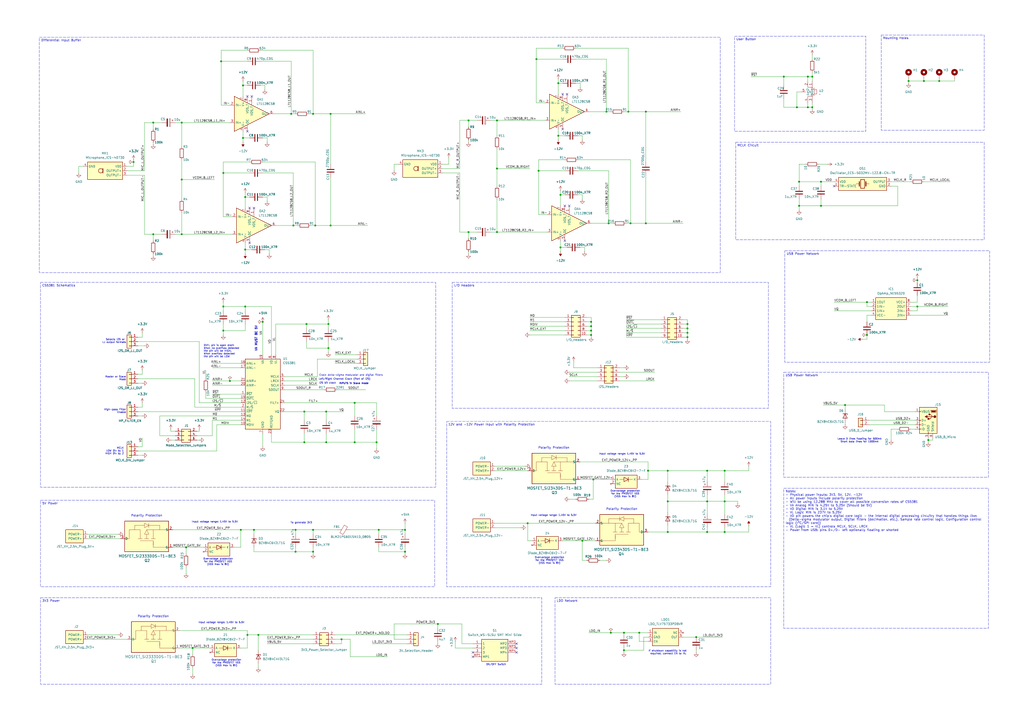
<source format=kicad_sch>
(kicad_sch (version 20231120) (generator "eeschema") (generator_version "8.0")
  (paper "A2")
  (junction (at 190.5 201.93))
  (junction (at 342.9 189.23))
  (junction (at 387.35 273.05))
  (junction (at 176.53 256.54))
  (junction (at 374.65 129.54))
  (junction (at 171.45 307.34))
  (junction (at 490.22 234.95))
  (junction (at 325.12 113.03))
  (junction (at 182.88 130.81))
  (junction (at 129.54 177.8))
  (junction (at 420.37 290.83))
  (junction (at 364.49 64.77))
  (junction (at 365.76 129.54))
  (junction (at 198.12 370.84))
  (junction (at 152.4 186.69))
  (junction (at 111.76 375.92))
  (junction (at 311.15 34.29))
  (junction (at 271.78 69.85))
  (junction (at 532.13 162.56))
  (junction (at 354.33 367.03))
  (junction (at 133.35 220.98))
  (junction (at 177.8 187.96))
  (junction (at 205.74 233.68))
  (junction (at 344.17 278.13))
  (junction (at 77.47 93.98))
  (junction (at 374.65 64.77))
  (junction (at 181.61 320.04))
  (junction (at 271.78 134.62))
  (junction (at 337.82 313.69))
  (junction (at 454.66 44.45))
  (junction (at 462.28 62.23))
  (junction (at 88.9 135.89))
  (junction (at 142.24 177.8))
  (junction (at 361.95 377.19))
  (junction (at 476.25 119.38))
  (junction (at 176.53 238.76))
  (junction (at 544.83 46.99))
  (junction (at 189.23 238.76))
  (junction (at 170.18 130.81))
  (junction (at 190.5 187.96))
  (junction (at 105.41 71.12))
  (junction (at 129.54 191.77))
  (junction (at 168.91 66.04))
  (junction (at 218.44 256.54))
  (junction (at 128.27 35.56))
  (junction (at 398.78 187.96))
  (junction (at 420.37 273.05))
  (junction (at 476.25 105.41))
  (junction (at 288.29 134.62))
  (junction (at 312.42 99.06))
  (junction (at 353.06 129.54))
  (junction (at 325.12 143.51))
  (junction (at 191.77 130.81))
  (junction (at 410.21 273.05))
  (junction (at 107.95 317.5))
  (junction (at 375.92 273.05))
  (junction (at 105.41 135.89))
  (junction (at 288.29 97.79))
  (junction (at 387.35 308.61))
  (junction (at 387.35 290.83))
  (junction (at 254 361.95))
  (junction (at 370.84 367.03))
  (junction (at 219.71 307.34))
  (junction (at 403.86 369.57))
  (junction (at 410.21 290.83))
  (junction (at 532.13 177.8))
  (junction (at 527.05 46.99))
  (junction (at 139.7 307.34))
  (junction (at 342.9 186.69))
  (junction (at 191.77 66.04))
  (junction (at 143.51 368.3))
  (junction (at 142.24 144.78))
  (junction (at 420.37 308.61))
  (junction (at 205.74 256.54))
  (junction (at 471.17 62.23))
  (junction (at 181.61 307.34))
  (junction (at 140.97 80.01))
  (junction (at 147.32 307.34))
  (junction (at 288.29 69.85))
  (junction (at 538.48 255.27))
  (junction (at 323.85 48.26))
  (junction (at 306.07 303.53))
  (junction (at 129.54 100.33))
  (junction (at 410.21 308.61))
  (junction (at 181.61 66.04))
  (junction (at 149.86 368.3))
  (junction (at 468.63 44.45))
  (junction (at 463.55 105.41))
  (junction (at 342.9 194.31))
  (junction (at 361.95 367.03))
  (junction (at 398.78 195.58))
  (junction (at 234.95 307.34))
  (junction (at 351.79 64.77))
  (junction (at 105.41 104.14))
  (junction (at 234.95 320.04))
  (junction (at 171.45 320.04))
  (junction (at 471.17 44.45))
  (junction (at 398.78 190.5))
  (junction (at 88.9 71.12))
  (junction (at 142.24 114.3))
  (junction (at 323.85 78.74))
  (junction (at 398.78 193.04))
  (junction (at 468.63 62.23))
  (junction (at 502.92 175.26))
  (junction (at 463.55 119.38))
  (junction (at 342.9 191.77))
  (junction (at 502.92 194.31))
  (junction (at 189.23 256.54))
  (junction (at 535.94 46.99))
  (junction (at 140.97 49.53))
  (no_connect (at 274.32 378.46))
  (no_connect (at 330.2 119.38))
  (no_connect (at 328.93 54.61))
  (no_connect (at 274.32 381))
  (no_connect (at 299.72 375.92))
  (no_connect (at 143.51 55.88))
  (no_connect (at 144.78 120.65))
  (no_connect (at 326.39 74.93))
  (no_connect (at 147.32 120.65))
  (no_connect (at 327.66 139.7))
  (no_connect (at 143.51 76.2))
  (no_connect (at 299.72 373.38))
  (no_connect (at 144.78 140.97))
  (no_connect (at 299.72 378.46))
  (no_connect (at 146.05 55.88))
  (no_connect (at 483.87 107.95))
  (no_connect (at 326.39 54.61))
  (no_connect (at 327.66 119.38))
  (wire (pts (xy 502.92 177.8) (xy 505.46 177.8)))
  (wire (pts (xy 326.39 34.29) (xy 311.15 34.29)))
  (wire (pts (xy 99.06 255.27) (xy 101.6 255.27)))
  (wire (pts (xy 139.7 375.92) (xy 143.51 375.92)))
  (wire (pts (xy 50.8 312.42) (xy 69.85 312.42)))
  (wire (pts (xy 361.95 367.03) (xy 361.95 368.3)))
  (wire (pts (xy 194.31 368.3) (xy 236.22 368.3)))
  (wire (pts (xy 165.1 226.06) (xy 187.96 226.06)))
  (wire (pts (xy 538.48 255.27) (xy 538.48 256.54)))
  (wire (pts (xy 311.15 27.94) (xy 311.15 34.29)))
  (wire (pts (xy 342.9 186.69) (xy 342.9 189.23)))
  (wire (pts (xy 361.95 377.19) (xy 361.95 378.46)))
  (wire (pts (xy 140.97 49.53) (xy 140.97 55.88)))
  (wire (pts (xy 73.66 96.52) (xy 77.47 96.52)))
  (wire (pts (xy 82.55 241.3) (xy 80.01 241.3)))
  (wire (pts (xy 123.19 243.84) (xy 139.7 243.84)))
  (wire (pts (xy 125.73 246.38) (xy 139.7 246.38)))
  (wire (pts (xy 364.49 64.77) (xy 364.49 27.94)))
  (wire (pts (xy 254 372.11) (xy 254 373.38)))
  (wire (pts (xy 532.13 175.26) (xy 532.13 171.45)))
  (wire (pts (xy 471.17 31.75) (xy 471.17 34.29)))
  (wire (pts (xy 157.48 177.8) (xy 142.24 177.8)))
  (wire (pts (xy 83.82 71.12) (xy 88.9 71.12)))
  (wire (pts (xy 139.7 307.34) (xy 147.32 307.34)))
  (wire (pts (xy 471.17 59.69) (xy 471.17 62.23)))
  (wire (pts (xy 410.21 308.61) (xy 420.37 308.61)))
  (wire (pts (xy 337.82 78.74) (xy 337.82 81.28)))
  (wire (pts (xy 271.78 134.62) (xy 271.78 138.43)))
  (wire (pts (xy 312.42 99.06) (xy 312.42 124.46)))
  (wire (pts (xy 462.28 62.23) (xy 468.63 62.23)))
  (wire (pts (xy 375.92 273.05) (xy 375.92 278.13)))
  (wire (pts (xy 129.54 191.77) (xy 129.54 194.31)))
  (wire (pts (xy 359.41 220.98) (xy 379.73 220.98)))
  (wire (pts (xy 516.89 105.41) (xy 528.32 105.41)))
  (wire (pts (xy 325.12 139.7) (xy 325.12 143.51)))
  (wire (pts (xy 105.41 71.12) (xy 133.35 71.12)))
  (wire (pts (xy 105.41 135.89) (xy 105.41 123.19)))
  (wire (pts (xy 160.02 187.96) (xy 177.8 187.96)))
  (wire (pts (xy 153.67 144.78) (xy 156.21 144.78)))
  (wire (pts (xy 532.13 180.34) (xy 528.32 180.34)))
  (wire (pts (xy 468.63 59.69) (xy 468.63 62.23)))
  (wire (pts (xy 504.19 246.38) (xy 530.86 246.38)))
  (wire (pts (xy 335.28 113.03) (xy 337.82 113.03)))
  (wire (pts (xy 520.7 119.38) (xy 476.25 119.38)))
  (wire (pts (xy 218.44 248.92) (xy 218.44 256.54)))
  (wire (pts (xy 326.39 27.94) (xy 311.15 27.94)))
  (wire (pts (xy 323.85 78.74) (xy 327.66 78.74)))
  (wire (pts (xy 168.91 66.04) (xy 168.91 35.56)))
  (wire (pts (xy 149.86 368.3) (xy 149.86 377.19)))
  (wire (pts (xy 287.02 303.53) (xy 306.07 303.53)))
  (wire (pts (xy 170.18 130.81) (xy 172.72 130.81)))
  (wire (pts (xy 125.73 246.38) (xy 125.73 261.62)))
  (wire (pts (xy 528.32 177.8) (xy 532.13 177.8)))
  (wire (pts (xy 513.08 234.95) (xy 513.08 238.76)))
  (wire (pts (xy 83.82 101.6) (xy 83.82 135.89)))
  (wire (pts (xy 284.48 134.62) (xy 288.29 134.62)))
  (wire (pts (xy 541.02 254) (xy 541.02 255.27)))
  (wire (pts (xy 337.82 313.69) (xy 337.82 325.12)))
  (wire (pts (xy 311.15 34.29) (xy 311.15 59.69)))
  (wire (pts (xy 73.66 99.06) (xy 83.82 99.06)))
  (wire (pts (xy 532.13 161.29) (xy 532.13 162.56)))
  (wire (pts (xy 325.12 113.03) (xy 327.66 113.03)))
  (wire (pts (xy 142.24 144.78) (xy 142.24 147.32)))
  (wire (pts (xy 535.94 105.41) (xy 551.18 105.41)))
  (wire (pts (xy 82.55 222.25) (xy 80.01 222.25)))
  (wire (pts (xy 139.7 307.34) (xy 139.7 317.5)))
  (wire (pts (xy 323.85 74.93) (xy 323.85 78.74)))
  (wire (pts (xy 476.25 105.41) (xy 463.55 105.41)))
  (wire (pts (xy 147.32 317.5) (xy 147.32 320.04)))
  (wire (pts (xy 353.06 99.06) (xy 335.28 99.06)))
  (wire (pts (xy 502.92 194.31) (xy 502.92 196.85)))
  (wire (pts (xy 100.33 317.5) (xy 107.95 317.5)))
  (wire (pts (xy 410.21 298.45) (xy 410.21 290.83)))
  (wire (pts (xy 190.5 198.12) (xy 190.5 201.93)))
  (wire (pts (xy 308.61 313.69) (xy 306.07 313.69)))
  (wire (pts (xy 104.14 375.92) (xy 111.76 375.92)))
  (wire (pts (xy 157.48 251.46) (xy 157.48 256.54)))
  (wire (pts (xy 330.2 220.98) (xy 346.71 220.98)))
  (wire (pts (xy 327.66 189.23) (xy 307.34 189.23)))
  (wire (pts (xy 194.31 205.74) (xy 207.01 205.74)))
  (wire (pts (xy 538.48 254) (xy 538.48 255.27)))
  (wire (pts (xy 114.3 255.27) (xy 115.57 255.27)))
  (wire (pts (xy 340.36 191.77) (xy 342.9 191.77)))
  (wire (pts (xy 101.6 135.89) (xy 105.41 135.89)))
  (wire (pts (xy 483.87 180.34) (xy 505.46 180.34)))
  (wire (pts (xy 105.41 71.12) (xy 101.6 71.12)))
  (wire (pts (xy 158.75 66.04) (xy 168.91 66.04)))
  (wire (pts (xy 373.38 377.19) (xy 361.95 377.19)))
  (wire (pts (xy 336.55 48.26) (xy 336.55 50.8)))
  (wire (pts (xy 464.82 53.34) (xy 462.28 53.34)))
  (wire (pts (xy 477.52 234.95) (xy 490.22 234.95)))
  (wire (pts (xy 176.53 238.76) (xy 189.23 238.76)))
  (wire (pts (xy 359.41 218.44) (xy 361.95 218.44)))
  (wire (pts (xy 128.27 29.21) (xy 128.27 35.56)))
  (wire (pts (xy 184.15 208.28) (xy 184.15 218.44)))
  (wire (pts (xy 361.95 367.03) (xy 370.84 367.03)))
  (wire (pts (xy 215.9 373.38) (xy 236.22 373.38)))
  (wire (pts (xy 490.22 245.11) (xy 490.22 246.38)))
  (wire (pts (xy 288.29 69.85) (xy 284.48 69.85)))
  (wire (pts (xy 219.71 307.34) (xy 219.71 309.88)))
  (wire (pts (xy 410.21 290.83) (xy 420.37 290.83)))
  (wire (pts (xy 516.89 107.95) (xy 520.7 107.95)))
  (wire (pts (xy 128.27 35.56) (xy 128.27 60.96)))
  (wire (pts (xy 288.29 97.79) (xy 288.29 107.95)))
  (wire (pts (xy 205.74 233.68) (xy 218.44 233.68)))
  (wire (pts (xy 383.54 187.96) (xy 363.22 187.96)))
  (wire (pts (xy 383.54 195.58) (xy 363.22 195.58)))
  (wire (pts (xy 142.24 114.3) (xy 142.24 120.65)))
  (wire (pts (xy 157.48 256.54) (xy 176.53 256.54)))
  (wire (pts (xy 105.41 92.71) (xy 105.41 104.14)))
  (wire (pts (xy 177.8 198.12) (xy 177.8 201.93)))
  (wire (pts (xy 205.74 248.92) (xy 205.74 256.54)))
  (wire (pts (xy 218.44 256.54) (xy 218.44 260.35)))
  (wire (pts (xy 191.77 130.81) (xy 213.36 130.81)))
  (wire (pts (xy 83.82 99.06) (xy 83.82 71.12)))
  (wire (pts (xy 471.17 41.91) (xy 471.17 44.45)))
  (wire (pts (xy 387.35 287.02) (xy 387.35 290.83)))
  (wire (pts (xy 107.95 328.93) (xy 107.95 332.74)))
  (wire (pts (xy 143.51 368.3) (xy 143.51 375.92)))
  (wire (pts (xy 170.18 130.81) (xy 170.18 100.33)))
  (wire (pts (xy 264.16 372.11) (xy 264.16 375.92)))
  (wire (pts (xy 115.57 233.68) (xy 139.7 233.68)))
  (wire (pts (xy 176.53 256.54) (xy 189.23 256.54)))
  (wire (pts (xy 234.95 303.53) (xy 234.95 307.34)))
  (wire (pts (xy 190.5 201.93) (xy 190.5 204.47)))
  (wire (pts (xy 340.36 184.15) (xy 342.9 184.15)))
  (wire (pts (xy 535.94 45.72) (xy 535.94 46.99)))
  (wire (pts (xy 383.54 190.5) (xy 363.22 190.5)))
  (wire (pts (xy 374.65 64.77) (xy 374.65 93.98)))
  (wire (pts (xy 140.97 76.2) (xy 140.97 80.01)))
  (wire (pts (xy 123.19 220.98) (xy 133.35 220.98)))
  (wire (pts (xy 123.19 223.52) (xy 139.7 223.52)))
  (wire (pts (xy 88.9 71.12) (xy 93.98 71.12)))
  (wire (pts (xy 88.9 147.32) (xy 88.9 148.59)))
  (wire (pts (xy 375.92 273.05) (xy 387.35 273.05)))
  (wire (pts (xy 544.83 46.99) (xy 535.94 46.99)))
  (wire (pts (xy 189.23 251.46) (xy 189.23 256.54)))
  (wire (pts (xy 332.74 213.36) (xy 332.74 209.55)))
  (wire (pts (xy 454.66 62.23) (xy 462.28 62.23)))
  (wire (pts (xy 135.89 317.5) (xy 139.7 317.5)))
  (wire (pts (xy 123.19 213.36) (xy 139.7 213.36)))
  (wire (pts (xy 374.65 129.54) (xy 396.24 129.54)))
  (wire (pts (xy 48.26 96.52) (xy 45.72 96.52)))
  (wire (pts (xy 88.9 135.89) (xy 93.98 135.89)))
  (wire (pts (xy 271.78 146.05) (xy 271.78 147.32)))
  (wire (pts (xy 228.6 361.95) (xy 254 361.95)))
  (wire (pts (xy 80.01 259.08) (xy 82.55 259.08)))
  (wire (pts (xy 147.32 309.88) (xy 147.32 307.34)))
  (wire (pts (xy 359.41 213.36) (xy 361.95 213.36)))
  (wire (pts (xy 100.33 307.34) (xy 139.7 307.34)))
  (wire (pts (xy 189.23 238.76) (xy 199.39 238.76)))
  (wire (pts (xy 527.05 45.72) (xy 527.05 46.99)))
  (wire (pts (xy 170.18 100.33) (xy 152.4 100.33)))
  (wire (pts (xy 105.41 104.14) (xy 124.46 104.14)))
  (wire (pts (xy 82.55 264.16) (xy 80.01 264.16)))
  (wire (pts (xy 420.37 290.83) (xy 420.37 298.45)))
  (wire (pts (xy 171.45 317.5) (xy 171.45 320.04)))
  (wire (pts (xy 332.74 213.36) (xy 346.71 213.36)))
  (wire (pts (xy 342.9 191.77) (xy 342.9 194.31)))
  (wire (pts (xy 375.92 369.57) (xy 373.38 369.57)))
  (wire (pts (xy 463.55 95.25) (xy 463.55 105.41)))
  (wire (pts (xy 463.55 105.41) (xy 463.55 107.95)))
  (wire (pts (xy 427.99 290.83) (xy 420.37 290.83)))
  (wire (pts (xy 219.71 317.5) (xy 219.71 320.04)))
  (wire (pts (xy 205.74 256.54) (xy 218.44 256.54)))
  (wire (pts (xy 168.91 66.04) (xy 171.45 66.04)))
  (wire (pts (xy 353.06 129.54) (xy 355.6 129.54)))
  (wire (pts (xy 520.7 107.95) (xy 520.7 119.38)))
  (wire (pts (xy 341.63 367.03) (xy 354.33 367.03)))
  (wire (pts (xy 335.28 78.74) (xy 337.82 78.74)))
  (wire (pts (xy 344.17 278.13) (xy 344.17 289.56)))
  (wire (pts (xy 194.31 370.84) (xy 198.12 370.84)))
  (wire (pts (xy 532.13 177.8) (xy 549.91 177.8)))
  (wire (pts (xy 189.23 256.54) (xy 205.74 256.54)))
  (wire (pts (xy 171.45 309.88) (xy 171.45 307.34)))
  (wire (pts (xy 396.24 190.5) (xy 398.78 190.5)))
  (wire (pts (xy 528.32 182.88) (xy 549.91 182.88)))
  (wire (pts (xy 528.32 175.26) (xy 532.13 175.26)))
  (wire (pts (xy 327.66 184.15) (xy 307.34 184.15)))
  (wire (pts (xy 113.03 219.71) (xy 80.01 219.71)))
  (wire (pts (xy 157.48 177.8) (xy 157.48 205.74)))
  (wire (pts (xy 113.03 236.22) (xy 139.7 236.22)))
  (wire (pts (xy 198.12 370.84) (xy 203.2 370.84)))
  (wire (pts (xy 88.9 135.89) (xy 88.9 139.7)))
  (wire (pts (xy 347.98 325.12) (xy 351.79 325.12)))
  (wire (pts (xy 144.78 100.33) (xy 129.54 100.33)))
  (wire (pts (xy 152.4 80.01) (xy 154.94 80.01)))
  (wire (pts (xy 160.02 130.81) (xy 170.18 130.81)))
  (wire (pts (xy 165.1 223.52) (xy 184.15 223.52)))
  (wire (pts (xy 152.4 186.69) (xy 152.4 205.74)))
  (wire (pts (xy 181.61 307.34) (xy 181.61 309.88)))
  (wire (pts (xy 256.54 95.25) (xy 260.35 95.25)))
  (wire (pts (xy 92.71 241.3) (xy 139.7 241.3)))
  (wire (pts (xy 119.38 214.63) (xy 119.38 219.71)))
  (wire (pts (xy 340.36 186.69) (xy 342.9 186.69)))
  (wire (pts (xy 454.66 44.45) (xy 454.66 49.53)))
  (wire (pts (xy 387.35 290.83) (xy 387.35 297.18)))
  (wire (pts (xy 396.24 195.58) (xy 398.78 195.58)))
  (wire (pts (xy 344.17 278.13) (xy 354.33 278.13)))
  (wire (pts (xy 490.22 234.95) (xy 513.08 234.95)))
  (wire (pts (xy 327.66 99.06) (xy 312.42 99.06)))
  (wire (pts (xy 207.01 208.28) (xy 184.15 208.28)))
  (wire (pts (xy 105.41 85.09) (xy 105.41 71.12)))
  (wire (pts (xy 140.97 49.53) (xy 143.51 49.53)))
  (wire (pts (xy 410.21 273.05) (xy 420.37 273.05)))
  (wire (pts (xy 203.2 370.84) (xy 203.2 381)))
  (wire (pts (xy 337.82 313.69) (xy 326.39 313.69)))
  (wire (pts (xy 129.54 100.33) (xy 129.54 125.73)))
  (wire (pts (xy 182.88 93.98) (xy 152.4 93.98)))
  (wire (pts (xy 80.01 195.58) (xy 82.55 195.58)))
  (wire (pts (xy 165.1 218.44) (xy 184.15 218.44)))
  (wire (pts (xy 142.24 144.78) (xy 146.05 144.78)))
  (wire (pts (xy 471.17 44.45) (xy 471.17 46.99)))
  (wire (pts (xy 336.55 143.51) (xy 339.09 143.51)))
  (wire (pts (xy 195.58 226.06) (xy 212.09 226.06)))
  (wire (pts (xy 80.01 261.62) (xy 125.73 261.62)))
  (wire (pts (xy 234.95 320.04) (xy 234.95 321.31)))
  (wire (pts (xy 528.32 248.92) (xy 530.86 248.92)))
  (wire (pts (xy 254 361.95) (xy 254 364.49)))
  (wire (pts (xy 396.24 187.96) (xy 398.78 187.96)))
  (wire (pts (xy 398.78 187.96) (xy 398.78 190.5)))
  (wire (pts (xy 490.22 234.95) (xy 490.22 237.49)))
  (wire (pts (xy 83.82 135.89) (xy 88.9 135.89)))
  (wire (pts (xy 288.29 134.62) (xy 317.5 134.62)))
  (wire (pts (xy 129.54 187.96) (xy 129.54 191.77)))
  (wire (pts (xy 181.61 29.21) (xy 151.13 29.21)))
  (wire (pts (xy 468.63 44.45) (xy 471.17 44.45)))
  (wire (pts (xy 140.97 46.99) (xy 140.97 49.53)))
  (wire (pts (xy 340.36 194.31) (xy 342.9 194.31)))
  (wire (pts (xy 351.79 34.29) (xy 334.01 34.29)))
  (wire (pts (xy 143.51 29.21) (xy 128.27 29.21)))
  (wire (pts (xy 325.12 110.49) (xy 325.12 113.03)))
  (wire (pts (xy 337.82 325.12) (xy 340.36 325.12)))
  (wire (pts (xy 115.57 250.19) (xy 115.57 248.92)))
  (wire (pts (xy 434.34 304.8) (xy 434.34 308.61)))
  (wire (pts (xy 142.24 177.8) (xy 142.24 180.34)))
  (wire (pts (xy 471.17 63.5) (xy 471.17 62.23)))
  (wire (pts (xy 254 361.95) (xy 267.97 361.95)))
  (wire (pts (xy 340.36 189.23) (xy 342.9 189.23)))
  (wire (pts (xy 260.35 95.25) (xy 260.35 91.44)))
  (wire (pts (xy 114.3 250.19) (xy 115.57 250.19)))
  (wire (pts (xy 203.2 307.34) (xy 219.71 307.34)))
  (wire (pts (xy 267.97 361.95) (xy 267.97 373.38)))
  (wire (pts (xy 375.92 308.61) (xy 387.35 308.61)))
  (wire (pts (xy 420.37 306.07) (xy 420.37 308.61)))
  (wire (pts (xy 330.2 215.9) (xy 346.71 215.9)))
  (wire (pts (xy 111.76 375.92) (xy 111.76 379.73)))
  (wire (pts (xy 535.94 46.99) (xy 527.05 46.99)))
  (wire (pts (xy 154.94 370.84) (xy 181.61 370.84)))
  (wire (pts (xy 467.36 95.25) (xy 463.55 95.25)))
  (wire (pts (xy 152.4 114.3) (xy 154.94 114.3)))
  (wire (pts (xy 513.08 238.76) (xy 530.86 238.76)))
  (wire (pts (xy 234.95 309.88) (xy 234.95 307.34)))
  (wire (pts (xy 83.82 200.66) (xy 80.01 200.66)))
  (wire (pts (xy 341.63 64.77) (xy 351.79 64.77)))
  (wire (pts (xy 462.28 53.34) (xy 462.28 62.23)))
  (wire (pts (xy 541.02 255.27) (xy 538.48 255.27)))
  (wire (pts (xy 502.92 186.69) (xy 502.92 182.88)))
  (wire (pts (xy 434.34 270.51) (xy 434.34 273.05)))
  (wire (pts (xy 342.9 189.23) (xy 342.9 191.77)))
  (wire (pts (xy 107.95 317.5) (xy 118.11 317.5)))
  (wire (pts (xy 218.44 233.68) (xy 218.44 241.3)))
  (wire (pts (xy 544.83 45.72) (xy 544.83 46.99)))
  (wire (pts (xy 327.66 194.31) (xy 307.34 194.31)))
  (wire (pts (xy 463.55 115.57) (xy 463.55 119.38)))
  (wire (pts (xy 323.85 45.72) (xy 323.85 48.26)))
  (wire (pts (xy 373.38 369.57) (xy 373.38 377.19)))
  (wire (pts (xy 288.29 86.36) (xy 288.29 97.79)))
  (wire (pts (xy 271.78 69.85) (xy 276.86 69.85)))
  (wire (pts (xy 553.72 46.99) (xy 544.83 46.99)))
  (wire (pts (xy 99.06 250.19) (xy 99.06 248.92)))
  (wire (pts (xy 365.76 129.54) (xy 374.65 129.54)))
  (wire (pts (xy 502.92 175.26) (xy 505.46 175.26)))
  (wire (pts (xy 177.8 187.96) (xy 177.8 190.5)))
  (wire (pts (xy 287.02 270.51) (xy 304.8 270.51)))
  (wire (pts (xy 327.66 92.71) (xy 312.42 92.71)))
  (wire (pts (xy 502.92 175.26) (xy 502.92 177.8)))
  (wire (pts (xy 553.72 45.72) (xy 553.72 46.99)))
  (wire (pts (xy 271.78 134.62) (xy 276.86 134.62)))
  (wire (pts (xy 345.44 303.53) (xy 306.07 303.53)))
  (wire (pts (xy 325.12 143.51) (xy 328.93 143.51)))
  (wire (pts (xy 266.7 97.79) (xy 266.7 69.85)))
  (wire (pts (xy 483.87 175.26) (xy 502.92 175.26)))
  (wire (pts (xy 351.79 64.77) (xy 351.79 34.29)))
  (wire (pts (xy 154.94 114.3) (xy 154.94 116.84)))
  (wire (pts (xy 168.91 35.56) (xy 151.13 35.56)))
  (wire (pts (xy 527.05 46.99) (xy 527.05 48.26)))
  (wire (pts (xy 398.78 190.5) (xy 398.78 193.04)))
  (wire (pts (xy 165.1 220.98) (xy 184.15 220.98)))
  (wire (pts (xy 179.07 66.04) (xy 181.61 66.04)))
  (wire (pts (xy 361.95 375.92) (xy 361.95 377.19)))
  (wire (pts (xy 504.19 243.84) (xy 530.86 243.84)))
  (wire (pts (xy 129.54 175.26) (xy 129.54 177.8)))
  (wire (pts (xy 266.7 134.62) (xy 271.78 134.62)))
  (wire (pts (xy 266.7 69.85) (xy 271.78 69.85)))
  (wire (pts (xy 83.82 101.6) (xy 73.66 101.6)))
  (wire (pts (xy 387.35 304.8) (xy 387.35 308.61)))
  (wire (pts (xy 142.24 177.8) (xy 129.54 177.8)))
  (wire (pts (xy 92.71 241.3) (xy 92.71 252.73)))
  (wire (pts (xy 198.12 370.84) (xy 198.12 373.38)))
  (wire (pts (xy 115.57 233.68) (xy 115.57 198.12)))
  (wire (pts (xy 82.55 217.17) (xy 82.55 214.63)))
  (wire (pts (xy 147.32 320.04) (xy 171.45 320.04)))
  (wire (pts (xy 532.13 177.8) (xy 532.13 180.34)))
  (wire (pts (xy 88.9 82.55) (xy 88.9 83.82)))
  (wire (pts (xy 140.97 80.01) (xy 140.97 82.55)))
  (wire (pts (xy 153.67 49.53) (xy 153.67 52.07)))
  (wire (pts (xy 372.11 278.13) (xy 375.92 278.13)))
  (wire (pts (xy 123.19 210.82) (xy 139.7 210.82)))
  (wire (pts (xy 410.21 273.05) (xy 387.35 273.05)))
  (wire (pts (xy 50.8 370.84) (xy 73.66 370.84)))
  (wire (pts (xy 142.24 114.3) (xy 144.78 114.3)))
  (wire (pts (xy 288.29 97.79) (xy 307.34 97.79)))
  (wire (pts (xy 142.24 140.97) (xy 142.24 144.78)))
  (wire (pts (xy 434.34 308.61) (xy 420.37 308.61)))
  (wire (pts (xy 149.86 368.3) (xy 181.61 368.3)))
  (wire (pts (xy 177.8 187.96) (xy 190.5 187.96)))
  (wire (pts (xy 119.38 231.14) (xy 139.7 231.14)))
  (wire (pts (xy 403.86 369.57) (xy 419.1 369.57)))
  (wire (pts (xy 165.1 233.68) (xy 205.74 233.68)))
  (wire (pts (xy 142.24 111.76) (xy 142.24 114.3)))
  (wire (pts (xy 287.02 273.05) (xy 306.07 273.05)))
  (wire (pts (xy 234.95 307.34) (xy 219.71 307.34)))
  (wire (pts (xy 256.54 100.33) (xy 266.7 100.33)))
  (wire (pts (xy 374.65 101.6) (xy 374.65 129.54)))
  (wire (pts (xy 101.6 250.19) (xy 99.06 250.19)))
  (wire (pts (xy 337.82 113.03) (xy 337.82 115.57)))
  (wire (pts (xy 351.79 64.77) (xy 354.33 64.77)))
  (wire (pts (xy 403.86 377.19) (xy 403.86 378.46)))
  (wire (pts (xy 160.02 187.96) (xy 160.02 205.74)))
  (wire (pts (xy 336.55 278.13) (xy 344.17 278.13)))
  (wire (pts (xy 111.76 387.35) (xy 111.76 391.16)))
  (wire (pts (xy 50.8 368.3) (xy 68.58 368.3)))
  (wire (pts (xy 142.24 187.96) (xy 142.24 191.77)))
  (wire (pts (xy 420.37 287.02) (xy 420.37 290.83)))
  (wire (pts (xy 264.16 375.92) (xy 274.32 375.92)))
  (wire (pts (xy 532.13 162.56) (xy 532.13 163.83)))
  (wire (pts (xy 344.17 289.56) (xy 341.63 289.56)))
  (wire (pts (xy 287.02 306.07) (xy 302.26 306.07)))
  (wire (pts (xy 256.54 97.79) (xy 266.7 97.79)))
  (wire (pts (xy 181.61 317.5) (xy 181.61 320.04)))
  (wire (pts (xy 383.54 193.04) (xy 363.22 193.04)))
  (wire (pts (xy 468.63 62.23) (xy 471.17 62.23)))
  (wire (pts (xy 476.25 105.41) (xy 476.25 107.95)))
  (wire (pts (xy 129.54 125.73) (xy 134.62 125.73)))
  (wire (pts (xy 194.31 373.38) (xy 198.12 373.38)))
  (wire (pts (xy 398.78 195.58) (xy 398.78 196.85)))
  (wire (pts (xy 228.6 370.84) (xy 236.22 370.84)))
  (wire (pts (xy 181.61 66.04) (xy 191.77 66.04)))
  (wire (pts (xy 156.21 144.78) (xy 156.21 147.32)))
  (wire (pts (xy 182.88 130.81) (xy 191.77 130.81)))
  (wire (pts (xy 114.3 252.73) (xy 123.19 252.73)))
  (wire (pts (xy 234.95 317.5) (xy 234.95 320.04)))
  (wire (pts (xy 312.42 92.71) (xy 312.42 99.06)))
  (wire (pts (xy 334.01 48.26) (xy 336.55 48.26)))
  (wire (pts (xy 266.7 100.33) (xy 266.7 134.62)))
  (wire (pts (xy 325.12 143.51) (xy 325.12 146.05)))
  (wire (pts (xy 190.5 187.96) (xy 190.5 190.5)))
  (wire (pts (xy 142.24 191.77) (xy 129.54 191.77)))
  (wire (pts (xy 80.01 217.17) (xy 82.55 217.17)))
  (wire (pts (xy 171.45 307.34) (xy 181.61 307.34)))
  (wire (pts (xy 104.14 365.76) (xy 143.51 365.76)))
  (wire (pts (xy 128.27 60.96) (xy 133.35 60.96)))
  (wire (pts (xy 374.65 64.77) (xy 394.97 64.77)))
  (wire (pts (xy 129.54 93.98) (xy 129.54 100.33)))
  (wire (pts (xy 342.9 129.54) (xy 353.06 129.54)))
  (wire (pts (xy 140.97 80.01) (xy 144.78 80.01)))
  (wire (pts (xy 361.95 64.77) (xy 364.49 64.77)))
  (wire (pts (xy 375.92 372.11) (xy 370.84 372.11)))
  (wire (pts (xy 176.53 238.76) (xy 176.53 243.84)))
  (wire (pts (xy 189.23 238.76) (xy 189.23 243.84)))
  (wire (pts (xy 365.76 92.71) (xy 335.28 92.71)))
  (wire (pts (xy 203.2 381) (xy 224.79 381)))
  (wire (pts (xy 123.19 252.73) (xy 123.19 243.84)))
  (wire (pts (xy 516.89 248.92) (xy 516.89 255.27)))
  (wire (pts (xy 82.55 195.58) (xy 82.55 193.04)))
  (wire (pts (xy 119.38 227.33) (xy 119.38 231.14)))
  (wire (pts (xy 190.5 185.42) (xy 190.5 187.96)))
  (wire (pts (xy 80.01 236.22) (xy 82.55 236.22)))
  (wire (pts (xy 325.12 113.03) (xy 325.12 119.38)))
  (wire (pts (xy 327.66 186.69) (xy 307.34 186.69)))
  (wire (pts (xy 195.58 307.34) (xy 181.61 307.34)))
  (wire (pts (xy 82.55 254) (xy 82.55 259.08)))
  (wire (pts (xy 154.94 373.38) (xy 181.61 373.38)))
  (wire (pts (xy 502.92 196.85) (xy 500.38 196.85)))
  (wire (pts (xy 454.66 57.15) (xy 454.66 62.23)))
  (wire (pts (xy 152.4 259.08) (xy 152.4 251.46)))
  (wire (pts (xy 82.55 236.22) (xy 82.55 233.68)))
  (wire (pts (xy 271.78 69.85) (xy 271.78 73.66)))
  (wire (pts (xy 327.66 191.77) (xy 307.34 191.77)))
  (wire (pts (xy 191.77 102.87) (xy 191.77 130.81)))
  (wire (pts (xy 365.76 129.54) (xy 365.76 92.71)))
  (wire (pts (xy 288.29 134.62) (xy 288.29 115.57)))
  (wire (pts (xy 191.77 66.04) (xy 212.09 66.04)))
  (wire (pts (xy 435.61 44.45) (xy 454.66 44.45)))
  (wire (pts (xy 77.47 96.52) (xy 77.47 93.98)))
  (wire (pts (xy 342.9 184.15) (xy 342.9 186.69)))
  (wire (pts (xy 476.25 119.38) (xy 463.55 119.38)))
  (wire (pts (xy 147.32 307.34) (xy 171.45 307.34)))
  (wire (pts (xy 502.92 182.88) (xy 505.46 182.88)))
  (wire (pts (xy 144.78 93.98) (xy 129.54 93.98)))
  (wire (pts (xy 342.9 194.31) (xy 342.9 195.58)))
  (wire (pts (xy 205.74 233.68) (xy 205.74 241.3)))
  (wire (pts (xy 194.31 210.82) (xy 207.01 210.82)))
  (wire (pts (xy 143.51 365.76) (xy 143.51 368.3)))
  (wire (pts (xy 383.54 185.42) (xy 363.22 185.42)))
  (wire (pts (xy 398.78 185.42) (xy 398.78 187.96)))
  (wire (pts (xy 434.34 273.05) (xy 420.37 273.05)))
  (wire (pts (xy 231.14 95.25) (xy 228.6 95.25)))
  (wire (pts (xy 143.51 35.56) (xy 128.27 35.56)))
  (wire (pts (xy 113.03 219.71) (xy 113.03 236.22)))
  (wire (pts (xy 323.85 78.74) (xy 323.85 81.28)))
  (wire (pts (xy 288.29 78.74) (xy 288.29 69.85)))
  (wire (pts (xy 336.55 267.97) (xy 375.92 267.97)))
  (wire (pts (xy 387.35 308.61) (xy 410.21 308.61)))
  (wire (pts (xy 180.34 130.81) (xy 182.88 130.81)))
  (wire (pts (xy 133.35 220.98) (xy 139.7 220.98)))
  (wire (pts (xy 182.88 130.81) (xy 182.88 93.98)))
  (wire (pts (xy 191.77 66.04) (xy 191.77 95.25)))
  (wire (pts (xy 387.35 290.83) (xy 410.21 290.83)))
  (wire (pts (xy 370.84 367.03) (xy 375.92 367.03)))
  (wire (pts (xy 151.13 49.53) (xy 153.67 49.53)))
  (wire (pts (xy 375.92 267.97) (xy 375.92 273.05)))
  (wire (pts (xy 387.35 273.05) (xy 387.35 279.4)))
  (wire (pts (xy 80.01 238.76) (xy 139.7 238.76)))
  (wire (pts (xy 228.6 370.84) (xy 228.6 361.95)))
  (wire (pts (xy 454.66 44.45) (xy 468.63 44.45)))
  (wire (pts (xy 271.78 81.28) (xy 271.78 82.55)))
  (wire (pts (xy 463.55 119.38) (xy 463.55 121.92)))
  (wire (pts (xy 105.41 135.89) (xy 134.62 135.89)))
  (wire (pts (xy 107.95 317.5) (xy 107.95 321.31)))
  (wire (pts (xy 396.24 193.04) (xy 398.78 193.04)))
  (wire (pts (xy 177.8 201.93) (xy 190.5 201.93)))
  (wire (pts (xy 45.72 96.52) (xy 45.72 100.33)))
  (wire (pts (xy 171.45 320.04) (xy 181.61 320.04)))
  (wire (pts (xy 165.1 238.76) (xy 176.53 238.76)))
  (wire (pts (xy 363.22 129.54) (xy 365.76 129.54)))
  (wire (pts (xy 181.61 320.04) (xy 181.61 321.31)))
  (wire (pts (xy 274.32 373.38) (xy 267.97 373.38)))
  (wire (pts (xy 115.57 198.12) (xy 80.01 198.12)))
  (wire (pts (xy 105.41 104.14) (xy 105.41 115.57)))
  (wire (pts (xy 420.37 273.05) (xy 420.37 279.4)))
  (wire (pts (xy 143.51 368.3) (xy 149.86 368.3)))
  (wire (pts (xy 306.07 303.53) (xy 306.07 313.69)))
  (wire (pts (xy 353.06 129.54) (xy 353.06 99.06)))
  (wire (pts (xy 334.01 289.56) (xy 330.2 289.56)))
  (wire (pts (xy 476.25 115.57) (xy 476.25 119.38)))
  (wire (pts (xy 154.94 80.01) (xy 154.94 82.55)))
  (wire (pts (xy 219.71 320.04) (xy 234.95 320.04)))
  (wire (pts (xy 149.86 384.81) (xy 149.86 387.35)))
  (wire (pts (xy 480.06 95.25) (xy 474.98 95.25)))
  (wire (pts (xy 323.85 48.26) (xy 323.85 54.61)))
  (wire (pts (xy 410.21 306.07) (xy 410.21 308.61)))
  (wire (pts (xy 311.15 59.69) (xy 316.23 59.69)))
  (wire (pts (xy 364.49 64.77) (xy 374.65 64.77)))
  (wire (pts (xy 364.49 27.94) (xy 334.01 27.94)))
  (wire (pts (xy 427.99 292.1) (xy 427.99 290.83)))
  (wire (pts (xy 410.21 287.02) (xy 410.21 290.83)))
  (wire (pts (xy 370.84 372.11) (xy 370.84 367.03)))
  (wire (pts (xy 330.2 218.44) (xy 346.71 218.44)))
  (wire (pts (xy 410.21 279.4) (xy 410.21 273.05)))
  (wire (pts (xy 323.85 48.26) (xy 326.39 48.26)))
  (wire (pts (xy 77.47 93.98) (xy 77.47 92.71)))
  (wire (pts (xy 181.61 66.04) (xy 181.61 29.21)))
  (wire (pts (xy 396.24 369.57) (xy 403.86 369.57)))
  (wire (pts (xy 468.63 44.45) (xy 468.63 46.99)))
  (wire (pts (xy 339.09 143.51) (xy 339.09 146.05)))
  (wire (pts (xy 111.76 375.92) (xy 121.92 375.92)))
  (wire (pts (xy 129.54 177.8) (xy 129.54 180.34)))
  (wire (pts (xy 396.24 185.42) (xy 398.78 185.42)))
  (wire (pts (xy 92.71 252.73) (xy 101.6 252.73)))
  (wire (pts (xy 312.42 124.46) (xy 317.5 124.46)))
  (wire (pts (xy 123.19 228.6) (xy 139.7 228.6)))
  (wire (pts (xy 176.53 251.46) (xy 176.53 256.54)))
  (wire (pts (xy 50.8 309.88) (xy 68.58 309.88)))
  (wire (pts (xy 88.9 71.12) (xy 88.9 74.93)))
  (wire (pts (xy 228.6 95.25) (xy 228.6 99.06)))
  (wire (pts (xy 345.44 313.69) (xy 337.82 313.69)))
  (wire (pts (xy 354.33 367.03) (xy 361.95 367.03)))
  (wire (pts (xy 476.25 105.41) (xy 483.87 105.41)))
  (wire (pts (xy 288.29 69.85) (xy 316.23 69.85)))
  (wire (pts (xy 398.78 193.04) (xy 398.78 195.58)))
  (wire (pts (xy 520.7 248.92) (xy 516.89 248.92)))
  (wire (pts (xy 359.41 215.9) (xy 379.73 215.9)))
  (text_box "I/O Headers" (at 262.255 163.83 0) (size 183.515 73.025) (stroke (width 0) (type dash)) (effects (font (size 1.27 1.27)) (justify left top)))
  (text_box "5V Power" (at 23.495 290.195 0) (size 228.6 50.165) (stroke (width 0) (type dash)) (effects (font (size 1.27 1.27)) (justify left top)))
  (text_box "User Button" (at 426.085 20.955 0) (size 76.2 55.245) (stroke (width 0) (type dash)) (effects (font (size 1.27 1.27)) (justify left top)))
  (text_box "Mounting Holes" (at 511.175 20.32 0) (size 59.69 55.245) (stroke (width 0) (type dash)) (effects (font (size 1.27 1.27)) (justify left top)))
  (text_box "3V3 Power" (at 23.495 346.71 0) (size 290.83 50.165) (stroke (width 0) (type dash)) (effects (font (size 1.27 1.27)) (justify left top)))
  (text_box "LDO Network" (at 321.945 346.71 0) (size 125.095 50.165) (stroke (width 0) (type dash)) (effects (font (size 1.27 1.27)) (justify left top)))
  (text_box "CS5381 Schematics" (at 23.495 163.83 0) (size 229.235 118.745) (stroke (width 0) (type dash)) (effects (font (size 1.27 1.27)) (justify left top)))
  (text_box "USB Power Network" (at 454.66 215.9 0) (size 118.745 60.96) (stroke (width 0) (type dash)) (effects (font (size 1.27 1.27)) (justify left top)))
  (text_box "12V and -12V Power Input with Polarity Protection" (at 259.08 244.475 0) (size 187.96 95.885) (stroke (width 0) (type dash)) (effects (font (size 1.27 1.27)) (justify left top)))
  (text_box "Notes:\n- Physical power inputs: 3V3, 5V, 12V, -12V\n- All power inputs include polarity protection\n- Will be using 12.288 MHz to cover all possible conversion rates of CS5381\n- VA Analog MIN is 4.25V to 5.25V (Should be 5V)\n- VD Digital MIN is 3.1V to 5.25V\n- VL Logic MIN is 237V to 5.25V\n- VD pin powers the chip's digital core logic - the internal digital processing circuitry that handles things like:\n  (Delta-sigma modulator output, Digital filters (decimation, etc.), Sample rate control logic, Configuration control logic (I²C/SPI core))\n- VL (Logic 1 = VL) controls MCLK, SCLK, LRCK\n- Power from USB: pins D+/D- left optionally floating or shorted\n" (at 454.66 283.21 0) (size 118.745 81.28) (stroke (width 0) (type dash)) (effects (font (size 1.27 1.27)) (justify left top)))
  (text_box "MCLK Circuit" (at 426.72 82.55 0) (size 144.145 56.515) (stroke (width 0) (type dash)) (effects (font (size 1.27 1.27)) (justify left top)))
  (text_box "USB Power Network" (at 455.295 145.415 0) (size 118.745 64.77) (stroke (width 0) (type dash)) (effects (font (size 1.27 1.27)) (justify left top)))
  (text_box "Differential Input Buffer " (at 22.86 21.59 0) (size 394.97 136.525) (stroke (width 0) (type dash)) (effects (font (size 1.27 1.27)) (justify left top)))
  (text "Overvoltage protection\nfor the PMOSFET VGS\n(VGS max is 8V)" (at 362.712 286.512 0) (effects (font (size 1 1))))
  (text "Overvoltage protection\nfor the PMOSFET VGS\n(VGS max is 8V)" (at 131.318 384.556 0) (effects (font (size 1 1))))
  (text "Left/Right Channel Clock (Part of I2S)" (at 199.898 219.964 0) (effects (font (size 1 1))))
  (text "Clock delta-sigma modulator and digital filters" (at 185.166 217.678 0) (effects (font (size 1 1) (thickness 0.125)) (justify left)))
  (text "Input voltage range: 1.45V to 5.5V" (at 334.518 298.958 0) (effects (font (size 1 1)) (justify right)))
  (text "OVFL pin is open drain\nWhen no overflow detected\nthe pin will be HIGH.\nWhen overflow detected\nthe pin will be LOW" (at 118.11 203.708 0) (effects (font (size 1 1)) (justify left)))
  (text "Input voltage range: 1.45V to 5.5V" (at 347.472 263.398 0) (effects (font (size 1 1)) (justify left)))
  (text "MCLK\nLOW Div by 1\nHIGH Div by 2" (at 71.882 261.62 0) (effects (font (size 1 1)) (justify right)))
  (text "Selects I2S or \nLJ output formats" (at 73.152 197.866 0) (effects (font (size 1 1)) (justify right)))
  (text "ON/OFF Switch" (at 287.782 385.572 0) (effects (font (size 1 1))))
  (text "To generate 3V3" (at 174.752 303.276 0) (effects (font (size 1 1))))
  (text "Input voltage range: 1.45V to 5.5V" (at 115.062 361.188 0) (effects (font (size 1 1)) (justify left)))
  (text "VA MUST BE 5V" (at 148.59 196.342 90) (effects (font (size 1.27 1.27) (thickness 0.254) (bold yes))))
  (text "Polarity Protection" (at 88.9 357.632 0) (effects (font (size 1.27 1.27))))
  (text "Polarity Protection" (at 360.68 295.402 0) (effects (font (size 1.27 1.27))))
  (text "Overvoltage protection\nfor the PMOSFET VGS\n(VGS max is 8V)" (at 318.77 325.12 0) (effects (font (size 1 1))))
  (text "INPUTS in Slave mode" (at 205.232 222.504 0) (effects (font (size 1 1) (thickness 0.2) (bold yes))))
  (text "I2S bit clock" (at 189.992 222.25 0) (effects (font (size 1 1))))
  (text "High-pass Filter\nEnable" (at 73.152 238.506 0) (effects (font (size 1 1)) (justify right)))
  (text "If shutdown capability is not \nrequired, connect EN to IN." (at 387.604 378.46 0) (effects (font (size 1 1))))
  (text "Overvoltage protection\nfor the PMOSFET VGS\n(VGS max is 8V)" (at 126.492 325.882 0) (effects (font (size 1 1))))
  (text "Polarity Protection" (at 321.31 259.842 0) (effects (font (size 1.27 1.27))))
  (text "Leave D lines floating for 500mA\nShort data lines for 1000mA" (at 498.602 255.524 0) (effects (font (size 1 1))))
  (text "Polarity Protection" (at 85.09 299.212 0) (effects (font (size 1.27 1.27))))
  (text "Master or Slave\nMode" (at 73.152 219.456 0) (effects (font (size 1 1)) (justify right)))
  (text "Input voltage range: 1.45V to 5.5V" (at 111.252 302.768 0) (effects (font (size 1 1)) (justify left)))
  (label "AINR-" (at 396.24 129.54 180))
  (label "MOSFET_GATE_3V3" (at 104.14 375.92 0))
  (label "SCLK" (at 330.2 218.44 0))
  (label "VBUS_5V" (at 154.94 373.38 0))
  (label "MIC_L_OUTPUT-" (at 83.82 101.6 270))
  (label "LRCK" (at 179.07 220.98 0))
  (label "IN-" (at 133.35 60.96 180))
  (label "AINL+" (at 128.27 210.82 180))
  (label "POWER_3V3" (at 241.3 361.95 0))
  (label "USB_D2+" (at 519.43 243.84 0))
  (label "EXT_POWER_3V3+_PP" (at 137.16 365.76 180))
  (label "MOSFET_GATE_12V+" (at 336.55 278.13 0))
  (label "VBUS_5V" (at 477.52 234.95 0))
  (label "VL" (at 119.38 214.63 270))
  (label "MCLK" (at 176.53 218.44 0))
  (label "VQ" (at 483.87 180.34 0))
  (label "MCLK_R" (at 525.78 105.41 180))
  (label "LT1128CS8_L1_IN+" (at 130.81 71.12 180))
  (label "EXT_POWER_12V+" (at 288.29 273.05 0))
  (label "MOSFET_GATE_5V" (at 100.33 317.5 0))
  (label "~{RST}" (at 123.19 228.6 0))
  (label "M/~{S}" (at 363.22 193.04 0))
  (label "AINR-" (at 123.19 223.52 0))
  (label "AINL-" (at 213.36 130.81 180))
  (label "I2S/~{LJ}" (at 363.22 190.5 0))
  (label "MCLK_EXT" (at 307.34 191.77 0))
  (label "M1" (at 123.19 243.84 0))
  (label "IN-" (at 134.62 125.73 180))
  (label "MIC_R_OUTPUT+" (at 266.7 97.79 90))
  (label "SDOUT" (at 208.28 226.06 180))
  (label "EXT_POWER_5V+" (at 67.31 312.42 180))
  (label "MOSFET_GATE_12V-" (at 345.44 313.69 180))
  (label "LD_OUT_3V3" (at 407.67 369.57 0))
  (label "AINL-" (at 128.27 213.36 180))
  (label "EXT_POWER_5V+_PP" (at 133.35 307.34 180))
  (label "~{HPF}" (at 363.22 195.58 0))
  (label "~{HPF}" (at 128.27 238.76 180))
  (label "M0" (at 123.19 241.3 0))
  (label "LDO_IN" (at 224.79 381 180))
  (label "~{OVFL}" (at 363.22 187.96 0))
  (label "AINL+" (at 212.09 66.04 180))
  (label "IN-" (at 316.23 59.69 180))
  (label "SCLK" (at 179.07 223.52 0))
  (label "MCLK_EXT" (at 194.31 205.74 0))
  (label "USB_D2-" (at 518.16 246.38 0))
  (label "MIC_L_OUTPUT+" (at 83.82 99.06 90))
  (label "LT1128CS8_R2_IN+" (at 309.88 134.62 180))
  (label "LT1128CS8_R2_OUT" (at 353.06 124.46 90))
  (label "M/~{S}" (at 128.27 236.22 180))
  (label "VQ" (at 199.39 238.76 180))
  (label "AINR+" (at 394.97 64.77 180))
  (label "M1" (at 307.34 186.69 0))
  (label "LRCK" (at 379.73 220.98 180))
  (label "EXT_POWER_5V+_PP" (at 154.94 370.84 0))
  (label "AINR+" (at 123.19 220.98 0))
  (label "MCLK_LOCAL" (at 551.18 105.41 180))
  (label "VL" (at 160.02 195.58 270))
  (label "VCOM_B_RIGHT" (at 549.91 177.8 180))
  (label "MCLK_LOCAL" (at 194.31 210.82 0))
  (label "MDIV" (at 307.34 189.23 0))
  (label "FILT+" (at 179.07 233.68 0))
  (label "MIC_R_OUTPUT-" (at 266.7 100.33 270))
  (label "VD" (at 157.48 199.39 90))
  (label "LD_OUT_3V3" (at 215.9 373.38 0))
  (label "~{RST}" (at 435.61 44.45 0))
  (label "SDOUT_R" (at 180.34 226.06 180))
  (label "LT1128CS8_L2_IN+" (at 130.81 135.89 180))
  (label "VCOM_B_LEFT" (at 483.87 175.26 0))
  (label "VQ" (at 549.91 182.88 180))
  (label "IN-" (at 317.5 124.46 180))
  (label "~{RST}" (at 363.22 185.42 0))
  (label "LT1128CS8_R1_OUT" (at 351.79 59.69 90))
  (label "LDO_IN" (at 341.63 367.03 0))
  (label "EXT_POWER+_NOLDO" (at 226.06 368.3 180))
  (label "M0" (at 307.34 184.15 0))
  (label "~{OVFL}" (at 123.19 231.14 0))
  (label "VD" (at 82.55 256.54 90))
  (label "VCOM_B_LEFT" (at 124.46 104.14 180))
  (label "VDD" (at 482.6 105.41 180))
  (label "LT1128CS8_L2_OUT" (at 170.18 125.73 90))
  (label "EXT_POWER_3V3+" (at 67.31 370.84 180))
  (label "SDOUT" (at 379.73 215.9 180))
  (label "VA" (at 152.4 194.31 90))
  (label "I2S/~{LJ}" (at 129.54 233.68 180))
  (label "LT1128CS8_R1_IN+" (at 311.15 69.85 180))
  (label "MDIV" (at 128.27 246.38 0))
  (label "EXT_POWER_12V-_PP" (at 312.42 303.53 0))
  (label "VCOM_B_RIGHT" (at 307.34 97.79 180))
  (label "LT1128CS8_L1_OUT" (at 168.91 62.23 90))
  (label "EXT_POWER_12V+_PP" (at 369.57 267.97 180))
  (symbol (lib_id "power:GND") (at 337.82 81.28 0) (unit 1)
    (property "Reference" "#PWR028" (effects (hide yes)))
    (property "Value" "GND" (effects (hide yes)))
    (property "Description" "Power symbol creates a global label with name \"GND\" , ground" (effects (hide yes)))
  )
  (symbol (lib_id "Device:C") (at 177.8 194.31 0) (unit 1)
    (property "Reference" "C28" (at 178.816 192.024 0) (effects (justify left)))
    (property "Value" "10n_X7R" (at 179.07 196.596 0) (effects (justify left)))
    (property "Footprint" "Capacitor_SMD:C_0805_2012Metric" (effects (hide yes)))
    (property "Description" "Unpolarized capacitor" (effects (hide yes)))
  )
  (symbol (lib_id "power:GND") (at 99.06 255.27 270) (unit 1)
    (property "Reference" "#PWR034" (effects (hide yes)))
    (property "Value" "GND" (effects (hide yes)))
    (property "Description" "Power symbol creates a global label with name \"GND\" , ground" (effects (hide yes)))
  )
  (symbol (lib_id "Personal_Projects:LDO_TLV75733PDBVR") (at 375.92 367.03 0) (unit 1)
    (property "Reference" "LDO1" (at 386.08 359.41 0))
    (property "Value" "LDO_TLV75733PDBVR" (at 386.08 361.95 0))
    (property "Footprint" "Personal_Project:LDO_SOT95P280X145-5N" (effects (hide yes)))
    (property "Datasheet" "http://www.ti.com/lit/gpn/tlv757p" (effects (hide yes)))
    (property "Description" "LDO Voltage Regulators 1A Low-IQ Small-Size Low-Dropout (LDO) Regulator 5-SOT-23 -40 to 125" (effects (hide yes)))
    (property "Height" "1.45" (effects (hide yes)))
    (property "Mouser Part Number" "595-TLV75733PDBVR" (effects (hide yes)))
    (property "Mouser Price/Stock" "https://www.mouser.co.uk/ProductDetail/Texas-Instruments/TLV75733PDBVR?qs=y6ZabgHbY%252BwAAzSntTW34w%3D%3D" (effects (hide yes)))
    (property "Manufacturer_Name" "Texas Instruments" (effects (hide yes)))
    (property "Manufacturer_Part_Number" "TLV75733PDBVR" (effects (hide yes)))
  )
  (symbol (lib_id "power:GND") (at 516.89 255.27 0) (unit 1)
    (property "Reference" "#PWR076" (effects (hide yes)))
    (property "Value" "GND" (at 514.35 258.318 90) (effects (justify left)))
    (property "Description" "Power symbol creates a global label with name \"GND\" , ground" (effects (hide yes)))
  )
  (symbol (lib_id "Mechanical:MountingHole_Pad") (at 527.05 43.18 0) (unit 1) (exclude_from_sim yes) (in_bom no)
    (property "Reference" "H1" (at 529.59 40.6399 0) (effects (justify left)))
    (property "Value" "MountingHole_Pad" (effects (hide yes)))
    (property "Footprint" "MountingHole:MountingHole_3.2mm_M3_Pad" (effects (hide yes)))
    (property "Description" "Mounting Hole with connection" (effects (hide yes)))
  )
  (symbol (lib_id "Device:C") (at 142.24 184.15 0) (mirror y) (unit 1)
    (property "Reference" "C24" (at 141.224 181.864 0) (effects (justify left)))
    (property "Value" "10n_X7R" (at 140.97 186.436 0) (effects (justify left)))
    (property "Footprint" "Capacitor_SMD:C_0805_2012Metric" (effects (hide yes)))
    (property "Description" "Unpolarized capacitor" (effects (hide yes)))
  )
  (symbol (lib_id "Device:C") (at 176.53 247.65 0) (unit 1)
    (property "Reference" "C3" (at 177.546 245.364 0) (effects (justify left)))
    (property "Value" "10n_X7R" (at 177.8 249.936 0) (effects (justify left)))
    (property "Footprint" "Capacitor_SMD:C_0805_2012Metric" (effects (hide yes)))
    (property "Description" "Unpolarized capacitor" (effects (hide yes)))
  )
  (symbol (lib_id "power:GND") (at 302.26 306.07 90) (unit 1)
    (property "Reference" "#PWR069" (effects (hide yes)))
    (property "Value" "GND" (effects (hide yes)))
    (property "Description" "Power symbol creates a global label with name \"GND\" , ground" (effects (hide yes)))
  )
  (symbol (lib_id "Personal_Projects:OpAmp_LT1128CS8") (at 316.23 62.23 0) (unit 1)
    (property "Reference" "OA3" (at 333.756 56.388 0))
    (property "Value" "LT1128CS8" (at 337.058 58.928 0))
    (property "Footprint" "Personal_Project:OpAmp_LT1128CS8_SOIC127P599X175-8N" (effects (hide yes)))
  )
  (symbol (lib_id "Device:C_Polarized") (at 97.79 71.12 270) (unit 1)
    (property "Reference" "C5" (at 94.488 69.088 90))
    (property "Value" "10u" (at 102.87 69.342 90))
    (property "Footprint" "Capacitor_SMD:C_0805_2012Metric" (effects (hide yes)))
    (property "Description" "Polarized capacitor" (effects (hide yes)))
  )
  (symbol (lib_id "power:+3.3V") (at 480.06 95.25 270) (unit 1)
    (property "Reference" "#PWR064" (effects (hide yes)))
    (property "Value" "+3.3V" (at 483.87 95.2499 90) (effects (justify left)))
    (property "Description" "Power symbol creates a global label with name \"+3.3V\"" (effects (hide yes)))
  )
  (symbol (lib_id "Device:C") (at 374.65 97.79 180) (unit 1)
    (property "Reference" "C22" (at 373.126 99.314 90) (effects (justify left)))
    (property "Value" "2700p_C0G" (at 372.872 85.09 90) (effects (justify left)))
    (property "Footprint" "Capacitor_SMD:C_0805_2012Metric" (effects (hide yes)))
    (property "Description" "Unpolarized capacitor" (effects (hide yes)))
  )
  (symbol (lib_id "Device:R") (at 330.2 27.94 90) (unit 1)
    (property "Reference" "R13" (at 327.152 26.67 90) (effects (justify left)))
    (property "Value" "634" (at 337.058 26.67 90) (effects (justify left)))
    (property "Footprint" "Resistor_SMD:R_0805_2012Metric" (effects (hide yes)))
    (property "Description" "Resistor" (effects (hide yes)))
  )
  (symbol (lib_id "Device:C_Polarized") (at 234.95 313.69 0) (unit 1)
    (property "Reference" "C36" (at 232.918 316.992 90))
    (property "Value" "47u" (at 233.172 308.61 90))
    (property "Footprint" "Capacitor_SMD:C_0805_2012Metric" (effects (hide yes)))
    (property "Description" "Polarized capacitor" (effects (hide yes)))
  )
  (symbol (lib_id "power:+12V") (at 532.13 161.29 0) (unit 1)
    (property "Reference" "#PWR06" (effects (hide yes)))
    (property "Value" "+12V" (at 532.13 156.21 0))
    (property "Description" "Power symbol creates a global label with name \"+12V\"" (effects (hide yes)))
  )
  (symbol (lib_id "power:GND") (at 154.94 82.55 0) (unit 1)
    (property "Reference" "#PWR014" (effects (hide yes)))
    (property "Value" "GND" (effects (hide yes)))
    (property "Description" "Power symbol creates a global label with name \"GND\" , ground" (effects (hide yes)))
  )
  (symbol (lib_id "Diode:BZX84Cxx") (at 149.86 381 270) (unit 1)
    (property "Reference" "D1" (at 152.4 379.7299 90) (effects (justify left)))
    (property "Value" "BZX84C4V3LT1G" (at 152.4 382.2699 90) (effects (justify left)))
    (property "Footprint" "Package_TO_SOT_SMD:SOT-23" (effects (hide yes)))
    (property "Datasheet" "https://diotec.com/tl_files/diotec/files/pdf/datasheets/bzx84c2v4.pdf" (effects (hide yes)))
    (property "Description" "300mW Zener Diode, SOT-23" (effects (hide yes)))
  )
  (symbol (lib_id "Connector_Generic:Conn_01x03") (at 74.93 238.76 0) (mirror y) (unit 1)
    (property "Reference" "J8" (at 74.93 233.68 0))
    (property "Value" "HP_FILTER_EN" (at 75.438 244.094 0))
    (property "Footprint" "Connector_PinHeader_2.54mm:PinHeader_1x03_P2.54mm_Vertical" (effects (hide yes)))
    (property "Description" "Generic connector, single row, 01x03, script generated (kicad-library-utils/schlib/autogen/connector/)" (effects (hide yes)))
  )
  (symbol (lib_id "Mechanical:MountingHole_Pad") (at 553.72 43.18 0) (unit 1) (exclude_from_sim yes) (in_bom no)
    (property "Reference" "H4" (at 556.26 40.6399 0) (effects (justify left)))
    (property "Value" "MountingHole_Pad" (effects (hide yes)))
    (property "Footprint" "MountingHole:MountingHole_3.2mm_M3_Pad" (effects (hide yes)))
    (property "Description" "Mounting Hole with connection" (effects (hide yes)))
  )
  (symbol (lib_id "Device:C") (at 331.47 99.06 90) (unit 1)
    (property "Reference" "C19" (at 329.946 97.536 90) (effects (justify left)))
    (property "Value" "470p_C0G" (at 342.646 97.536 90) (effects (justify left)))
    (property "Footprint" "Capacitor_SMD:C_0805_2012Metric" (effects (hide yes)))
    (property "Description" "Unpolarized capacitor" (effects (hide yes)))
  )
  (symbol (lib_id "power:PWR_FLAG") (at 77.47 93.98 90) (unit 1)
    (property "Reference" "#FLG06" (effects (hide yes)))
    (property "Value" "PWR_FLAG" (effects (hide yes)))
    (property "Description" "Special symbol for telling ERC where power comes from" (effects (hide yes)))
  )
  (symbol (lib_id "Personal_Projects:MOSFET_SI2333DDS-T1-BE3") (at 345.44 313.69 0) (mirror x) (unit 1)
    (property "Reference" "Q4" (at 360.3942 321.31 0) (effects (font (size 1.524 1.524))))
    (property "Value" "MOSFET_SI2343DS-T1-BE3" (at 360.3942 318.77 0) (effects (font (size 1.524 1.524))))
    (property "Footprint" "Personal_Project:MOSFET_ SI2333DDS_SOT_DS-T1-BE3_VIS" (effects (hide yes)))
    (property "Datasheet" "SI2333DDS-T1-BE3" (effects (hide yes)))
  )
  (symbol (lib_id "Device:C") (at 454.66 53.34 0) (mirror x) (unit 1)
    (property "Reference" "C29" (at 452.882 51.308 0))
    (property "Value" "1uF" (at 452.374 55.88 0))
    (property "Footprint" "Capacitor_SMD:C_0805_2012Metric" (effects (hide yes)))
    (property "Description" "Unpolarized capacitor" (effects (hide yes)))
  )
  (symbol (lib_id "power:+5VA") (at 152.4 186.69 0) (unit 1)
    (property "Reference" "#PWR02" (effects (hide yes)))
    (property "Value" "+5VA" (at 152.4 181.61 0))
    (property "Description" "Power symbol creates a global label with name \"+5VA\"" (effects (hide yes)))
  )
  (symbol (lib_id "power:GND") (at 361.95 378.46 0) (unit 1)
    (property "Reference" "#PWR043" (effects (hide yes)))
    (property "Value" "GND" (effects (hide yes)))
    (property "Description" "Power symbol creates a global label with name \"GND\" , ground" (effects (hide yes)))
  )
  (symbol (lib_id "power:+3.3V") (at 99.06 248.92 0) (unit 1)
    (property "Reference" "#PWR032" (effects (hide yes)))
    (property "Value" "+3.3V" (at 99.06 243.84 0))
    (property "Description" "Power symbol creates a global label with name \"+3.3V\"" (effects (hide yes)))
  )
  (symbol (lib_id "power:GND") (at 538.48 256.54 0) (unit 1)
    (property "Reference" "#PWR077" (effects (hide yes)))
    (property "Value" "GND" (at 535.94 259.588 90) (effects (justify left)))
    (property "Description" "Power symbol creates a global label with name \"GND\" , ground" (effects (hide yes)))
  )
  (symbol (lib_id "Mechanical:MountingHole_Pad") (at 535.94 43.18 0) (unit 1) (exclude_from_sim yes) (in_bom no)
    (property "Reference" "H2" (at 538.48 40.6399 0) (effects (justify left)))
    (property "Value" "MountingHole_Pad" (effects (hide yes)))
    (property "Footprint" "MountingHole:MountingHole_3.2mm_M3_Pad" (effects (hide yes)))
    (property "Description" "Mounting Hole with connection" (effects (hide yes)))
  )
  (symbol (lib_id "power:-12V") (at 142.24 147.32 180) (unit 1)
    (property "Reference" "#PWR016" (effects (hide yes)))
    (property "Value" "-12V" (at 142.24 152.4 0))
    (property "Description" "Power symbol creates a global label with name \"-12V\"" (effects (hide yes)))
  )
  (symbol (lib_id "power:GND") (at 336.55 50.8 0) (unit 1)
    (property "Reference" "#PWR027" (effects (hide yes)))
    (property "Value" "GND" (effects (hide yes)))
    (property "Description" "Power symbol creates a global label with name \"GND\" , ground" (effects (hide yes)))
  )
  (symbol (lib_id "Personal_Projects:Diode_BZX84C6V2-7-F") (at 354.33 278.13 0) (unit 1)
    (property "Reference" "Z3" (at 363.22 270.51 0))
    (property "Value" "Diode_BZX84C6V2-7-F" (at 363.22 273.05 0))
    (property "Footprint" "Personal_Project:Diode_BZX84C6V2_SOT96P240X110-3N" (effects (hide yes)))
    (property "Datasheet" "https://www.diodes.com/assets/Datasheets/ds18001.pdf" (effects (hide yes)))
    (property "Description" "Diodes Inc BZX84C6V2-7-F Zener Diode, 6.2V 7% 350 mW SMT 3-Pin SOT-23" (effects (hide yes)))
    (property "Height" "1.1" (effects (hide yes)))
    (property "Manufacturer_Name" "Diodes Incorporated" (effects (hide yes)))
    (property "Manufacturer_Part_Number" "BZX84C6V2-7-F" (effects (hide yes)))
    (property "Mouser Part Number" "621-BZX84C6V2-F" (effects (hide yes)))
    (property "Mouser Price/Stock" "https://www.mouser.co.uk/ProductDetail/Diodes-Incorporated/BZX84C6V2-7-F?qs=aJBzJax2afcxmuPRCgcecQ%3D%3D" (effects (hide yes)))
    (property "Arrow Part Number" "BZX84C6V2-7-F" (effects (hide yes)))
    (property "Arrow Price/Stock" "https://www.arrow.com/en/products/bzx84c6v2-7-f/diodes-incorporated?utm_currency=USD&region=europe" (effects (hide yes)))
  )
  (symbol (lib_id "power:GND") (at 88.9 148.59 0) (unit 1)
    (property "Reference" "#PWR010" (effects (hide yes)))
    (property "Value" "GND" (effects (hide yes)))
    (property "Description" "Power symbol creates a global label with name \"GND\" , ground" (effects (hide yes)))
  )
  (symbol (lib_id "Device:R") (at 331.47 92.71 90) (unit 1)
    (property "Reference" "R14" (at 328.422 91.44 90) (effects (justify left)))
    (property "Value" "634" (at 338.328 91.44 90) (effects (justify left)))
    (property "Footprint" "Resistor_SMD:R_0805_2012Metric" (effects (hide yes)))
    (property "Description" "Resistor" (effects (hide yes)))
  )
  (symbol (lib_id "Device:FerriteBead") (at 199.39 307.34 90) (unit 1)
    (property "Reference" "FB1" (at 195.326 305.562 90))
    (property "Value" "BLM21PG601SN1D_0805" (at 203.454 311.404 90))
    (property "Footprint" "Capacitor_SMD:C_0805_2012Metric" (effects (hide yes)))
    (property "Description" "Ferrite bead" (effects (hide yes)))
  )
  (symbol (lib_id "power:+3.3V") (at 82.55 214.63 0) (unit 1)
    (property "Reference" "#PWR050" (effects (hide yes)))
    (property "Value" "+3.3V" (at 82.55 209.55 0))
    (property "Description" "Power symbol creates a global label with name \"+3.3V\"" (effects (hide yes)))
  )
  (symbol (lib_id "Device:R") (at 532.13 105.41 90) (unit 1)
    (property "Reference" "R21" (at 528.32 104.648 0) (effects (justify left)))
    (property "Value" "10" (at 535.94 104.648 0) (effects (justify left)))
    (property "Footprint" "Resistor_SMD:R_0805_2012Metric" (effects (hide yes)))
    (property "Description" "Resistor" (effects (hide yes)))
  )
  (symbol (lib_id "Connector_Generic:Conn_02x03_Odd_Even") (at 106.68 252.73 0) (unit 1)
    (property "Reference" "J1" (at 108.204 246.888 0))
    (property "Value" "Mode_Selection_Jumpers" (at 107.95 258.318 0))
    (property "Footprint" "Connector_PinHeader_2.54mm:PinHeader_2x03_P2.54mm_Vertical" (effects (hide yes)))
    (property "Description" "Generic connector, double row, 02x03, odd/even pin numbering scheme (row 1 odd numbers, row 2 even numbers), script generated (kicad-library-utils/schlib/autogen/connector/)" (effects (hide yes)))
  )
  (symbol (lib_id "Device:R") (at 175.26 66.04 90) (unit 1)
    (property "Reference" "R5" (at 172.212 64.77 90) (effects (justify left)))
    (property "Value" "91" (at 180.848 64.77 90) (effects (justify left)))
    (property "Footprint" "Resistor_SMD:R_0805_2012Metric" (effects (hide yes)))
    (property "Description" "Resistor" (effects (hide yes)))
  )
  (symbol (lib_id "power:GND") (at 107.95 332.74 0) (unit 1)
    (property "Reference" "#PWR070" (effects (hide yes)))
    (property "Value" "GND" (effects (hide yes)))
    (property "Description" "Power symbol creates a global label with name \"GND\" , ground" (effects (hide yes)))
  )
  (symbol (lib_id "Device:C_Polarized") (at 218.44 245.11 0) (unit 1)
    (property "Reference" "C27" (at 216.408 248.412 90))
    (property "Value" "47u" (at 216.662 240.03 90))
    (property "Footprint" "Capacitor_SMD:C_0805_2012Metric" (effects (hide yes)))
    (property "Description" "Polarized capacitor" (effects (hide yes)))
  )
  (symbol (lib_id "power:PWR_FLAG") (at 133.35 220.98 0) (unit 1)
    (property "Reference" "#FLG05" (effects (hide yes)))
    (property "Value" "PWR_FLAG" (effects (hide yes)))
    (property "Description" "Special symbol for telling ERC where power comes from" (effects (hide yes)))
  )
  (symbol (lib_id "power:-12V") (at 323.85 81.28 180) (unit 1)
    (property "Reference" "#PWR024" (effects (hide yes)))
    (property "Value" "-12V" (at 323.85 86.36 0))
    (property "Description" "Power symbol creates a global label with name \"-12V\"" (effects (hide yes)))
  )
  (symbol (lib_id "Device:C") (at 149.86 144.78 90) (unit 1)
    (property "Reference" "C12" (at 148.336 143.256 90) (effects (justify left)))
    (property "Value" "100n_X7R" (at 161.036 143.256 90) (effects (justify left)))
    (property "Footprint" "Capacitor_SMD:C_0805_2012Metric" (effects (hide yes)))
    (property "Description" "Unpolarized capacitor" (effects (hide yes)))
  )
  (symbol (lib_id "Device:C") (at 148.59 100.33 90) (unit 1)
    (property "Reference" "C10" (at 147.066 98.806 90) (effects (justify left)))
    (property "Value" "470p_C0G" (at 159.766 98.806 90) (effects (justify left)))
    (property "Footprint" "Capacitor_SMD:C_0805_2012Metric" (effects (hide yes)))
    (property "Description" "Unpolarized capacitor" (effects (hide yes)))
  )
  (symbol (lib_id "Device:C") (at 148.59 114.3 90) (unit 1)
    (property "Reference" "C11" (at 147.066 112.776 90) (effects (justify left)))
    (property "Value" "100n_X7R" (at 159.766 112.776 90) (effects (justify left)))
    (property "Footprint" "Capacitor_SMD:C_0805_2012Metric" (effects (hide yes)))
    (property "Description" "Unpolarized capacitor" (effects (hide yes)))
  )
  (symbol (lib_id "power:+12V") (at 323.85 45.72 0) (unit 1)
    (property "Reference" "#PWR023" (effects (hide yes)))
    (property "Value" "+12V" (at 323.85 40.64 0))
    (property "Description" "Power symbol creates a global label with name \"+12V\"" (effects (hide yes)))
  )
  (symbol (lib_id "Diode:BZX84Cxx") (at 147.32 313.69 270) (unit 1)
    (property "Reference" "D3" (at 149.86 312.4199 90) (effects (justify left)))
    (property "Value" "BZX84C6V2LT1G" (at 149.86 314.9599 90) (effects (justify left)))
    (property "Footprint" "Package_TO_SOT_SMD:SOT-23" (effects (hide yes)))
    (property "Datasheet" "https://diotec.com/tl_files/diotec/files/pdf/datasheets/bzx84c2v4.pdf" (effects (hide yes)))
    (property "Description" "300mW Zener Diode, SOT-23" (effects (hide yes)))
  )
  (symbol (lib_id "power:GND") (at 228.6 99.06 0) (unit 1)
    (property "Reference" "#PWR019" (effects (hide yes)))
    (property "Value" "GND" (at 228.6 104.14 0))
    (property "Description" "Power symbol creates a global label with name \"GND\" , ground" (effects (hide yes)))
  )
  (symbol (lib_id "Connector_Generic:Conn_01x02") (at 499.11 243.84 0) (mirror y) (unit 1)
    (property "Reference" "J16" (at 499.11 240.284 0))
    (property "Value" "USB_D_Jumper" (at 499.364 249.682 0))
    (property "Footprint" "Connector_PinHeader_2.54mm:PinHeader_1x02_P2.54mm_Vertical" (effects (hide yes)))
    (property "Description" "Generic connector, single row, 01x02, script generated (kicad-library-utils/schlib/autogen/connector/)" (effects (hide yes)))
  )
  (symbol (lib_id "Connector_Generic:Conn_02x03_Odd_Even") (at 186.69 370.84 0) (unit 1)
    (property "Reference" "J3" (at 187.96 364.49 0))
    (property "Value" "3V3_Power_Selector_Jumper" (at 187.96 376.936 0))
    (property "Footprint" "Connector_PinHeader_2.54mm:PinHeader_2x03_P2.54mm_Vertical" (effects (hide yes)))
    (property "Description" "Generic connector, double row, 02x03, odd/even pin numbering scheme (row 1 odd numbers, row 2 even numbers), script generated (kicad-library-utils/schlib/autogen/connector/)" (effects (hide yes)))
  )
  (symbol (lib_id "Device:R") (at 88.9 78.74 0) (unit 1)
    (property "Reference" "R1" (at 89.662 74.93 0) (effects (justify left)))
    (property "Value" "100k" (at 89.662 82.55 0) (effects (justify left)))
    (property "Footprint" "Resistor_SMD:R_0805_2012Metric" (effects (hide yes)))
    (property "Description" "Resistor" (effects (hide yes)))
  )
  (symbol (lib_id "power:GND") (at 82.55 222.25 90) (unit 1)
    (property "Reference" "#PWR051" (effects (hide yes)))
    (property "Value" "GND" (effects (hide yes)))
    (property "Description" "Power symbol creates a global label with name \"GND\" , ground" (effects (hide yes)))
  )
  (symbol (lib_id "Device:C") (at 254 368.3 0) (unit 1)
    (property "Reference" "C32" (at 254.508 365.76 0) (effects (justify left)))
    (property "Value" "4u7" (at 254.508 370.84 0) (effects (justify left)))
    (property "Footprint" "Capacitor_SMD:C_0805_2012Metric" (effects (hide yes)))
    (property "Description" "Unpolarized capacitor" (effects (hide yes)))
  )
  (symbol (lib_id "power:GND") (at 361.95 213.36 90) (unit 1)
    (property "Reference" "#PWR057" (effects (hide yes)))
    (property "Value" "GND" (effects (hide yes)))
    (property "Description" "Power symbol creates a global label with name \"GND\" , ground" (effects (hide yes)))
  )
  (symbol (lib_id "power:GND") (at 82.55 241.3 90) (unit 1)
    (property "Reference" "#PWR053" (effects (hide yes)))
    (property "Value" "GND" (effects (hide yes)))
    (property "Description" "Power symbol creates a global label with name \"GND\" , ground" (effects (hide yes)))
  )
  (symbol (lib_id "power:GND") (at 218.44 260.35 0) (unit 1)
    (property "Reference" "#PWR07" (effects (hide yes)))
    (property "Value" "GND" (at 218.44 265.43 0))
    (property "Description" "Power symbol creates a global label with name \"GND\" , ground" (effects (hide yes)))
  )
  (symbol (lib_id "power:+3.3V") (at 77.47 92.71 0) (unit 1)
    (property "Reference" "#PWR01" (effects (hide yes)))
    (property "Value" "+3.3V" (at 77.47 87.63 0))
    (property "Description" "Power symbol creates a global label with name \"+3.3V\"" (effects (hide yes)))
  )
  (symbol (lib_id "power:-12V") (at 434.34 304.8 0) (unit 1)
    (property "Reference" "#PWR068" (effects (hide yes)))
    (property "Value" "-12V" (at 434.34 299.72 0))
    (property "Description" "Power symbol creates a global label with name \"-12V\"" (effects (hide yes)))
  )
  (symbol (lib_id "power:-12V") (at 500.38 196.85 90) (unit 1)
    (property "Reference" "#PWR05" (effects (hide yes)))
    (property "Value" "-12V" (at 496.57 196.8499 90) (effects (justify left)))
    (property "Description" "Power symbol creates a global label with name \"-12V\"" (effects (hide yes)))
  )
  (symbol (lib_id "power:+3.3V") (at 190.5 185.42 0) (mirror y) (unit 1)
    (property "Reference" "#PWR036" (effects (hide yes)))
    (property "Value" "+3.3V" (at 190.5 180.34 0))
    (property "Description" "Power symbol creates a global label with name \"+3.3V\"" (effects (hide yes)))
  )
  (symbol (lib_id "Personal_Projects:Switch_WS-SLSU SMT Mini Slide") (at 274.32 373.38 0) (unit 1)
    (property "Reference" "S1" (at 287.02 365.76 0))
    (property "Value" "Switch_WS-SLSU SMT Mini Slide" (at 287.02 368.3 0))
    (property "Footprint" "Personal_Project:Switch_WS-SLSU SMT Mini Slide" (effects (hide yes)))
    (property "Datasheet" "https://katalog.we-online.de/em/datasheet/450404015514.pdf" (effects (hide yes)))
    (property "Description" "Slide Switch SPDT Surface Mount" (effects (hide yes)))
    (property "Height" "1.4" (effects (hide yes)))
    (property "Mouser Part Number" "710-450404015514" (effects (hide yes)))
    (property "Mouser Price/Stock" "https://www.mouser.co.uk/ProductDetail/Wurth-Elektronik/450404015514?qs=sPbYRqrBIVk21%2FxsES2IZA%3D%3D" (effects (hide yes)))
    (property "Manufacturer_Name" "Wurth Elektronik" (effects (hide yes)))
    (property "Manufacturer_Part_Number" "450404015514" (effects (hide yes)))
  )
  (symbol (lib_id "power:GND") (at 68.58 368.3 90) (unit 1)
    (property "Reference" "#PWR038" (effects (hide yes)))
    (property "Value" "GND" (effects (hide yes)))
    (property "Description" "Power symbol creates a global label with name \"GND\" , ground" (effects (hide yes)))
  )
  (symbol (lib_id "Connector_Generic:Conn_01x03") (at 74.93 219.71 0) (mirror y) (unit 1)
    (property "Reference" "J7" (at 74.93 214.63 0))
    (property "Value" "I2S_OR_LJ_OUT" (at 75.438 225.044 0))
    (property "Footprint" "Connector_PinHeader_2.54mm:PinHeader_1x03_P2.54mm_Vertical" (effects (hide yes)))
    (property "Description" "Generic connector, single row, 01x03, script generated (kicad-library-utils/schlib/autogen/connector/)" (effects (hide yes)))
  )
  (symbol (lib_id "Device:R") (at 358.14 64.77 90) (unit 1)
    (property "Reference" "R15" (at 355.092 63.5 90) (effects (justify left)))
    (property "Value" "91" (at 363.728 63.5 90) (effects (justify left)))
    (property "Footprint" "Resistor_SMD:R_0805_2012Metric" (effects (hide yes)))
    (property "Description" "Resistor" (effects (hide yes)))
  )
  (symbol (lib_id "Device:R") (at 337.82 289.56 270) (mirror x) (unit 1)
    (property "Reference" "R19" (at 340.614 287.274 90))
    (property "Value" "100k" (at 334.772 287.02 90))
    (property "Footprint" "Resistor_SMD:R_0805_2012Metric" (effects (hide yes)))
    (property "Description" "Resistor" (effects (hide yes)))
  )
  (symbol (lib_id "power:GND") (at 427.99 292.1 0) (unit 1)
    (property "Reference" "#PWR066" (effects (hide yes)))
    (property "Value" "GND" (effects (hide yes)))
    (property "Description" "Power symbol creates a global label with name \"GND\" , ground" (effects (hide yes)))
  )
  (symbol (lib_id "power:GND") (at 527.05 48.26 0) (unit 1)
    (property "Reference" "#PWR035" (effects (hide yes)))
    (property "Value" "GND" (at 527.05 53.34 0))
    (property "Description" "Power symbol creates a global label with name \"GND\" , ground" (effects (hide yes)))
  )
  (symbol (lib_id "Device:C") (at 129.54 184.15 0) (mirror y) (unit 1)
    (property "Reference" "C23" (at 128.524 181.864 0) (effects (justify left)))
    (property "Value" "1u_X7R" (at 128.27 186.436 0) (effects (justify left)))
    (property "Footprint" "Capacitor_SMD:C_0805_2012Metric" (effects (hide yes)))
    (property "Description" "Unpolarized capacitor" (effects (hide yes)))
  )
  (symbol (lib_id "power:GND") (at 271.78 147.32 0) (unit 1)
    (property "Reference" "#PWR022" (effects (hide yes)))
    (property "Value" "GND" (effects (hide yes)))
    (property "Description" "Power symbol creates a global label with name \"GND\" , ground" (effects (hide yes)))
  )
  (symbol (lib_id "Device:C") (at 148.59 80.01 90) (unit 1)
    (property "Reference" "C8" (at 147.066 78.486 90) (effects (justify left)))
    (property "Value" "100n_X7R" (at 159.766 78.486 90) (effects (justify left)))
    (property "Footprint" "Capacitor_SMD:C_0805_2012Metric" (effects (hide yes)))
    (property "Description" "Unpolarized capacitor" (effects (hide yes)))
  )
  (symbol (lib_id "Personal_Projects:MOSFET_SI2333DDS-T1-BE3") (at 104.14 375.92 180) (unit 1)
    (property "Reference" "Q1" (at 89.1858 383.54 0) (effects (font (size 1.524 1.524))))
    (property "Value" "MOSFET_SI2333DDS-T1-BE3" (at 89.1858 381 0) (effects (font (size 1.524 1.524))))
    (property "Footprint" "Personal_Project:MOSFET_ SI2333DDS_SOT_DS-T1-BE3_VIS" (effects (hide yes)))
    (property "Datasheet" "SI2333DDS-T1-BE3" (effects (hide yes)))
  )
  (symbol (lib_id "Device:R") (at 344.17 325.12 90) (unit 1)
    (property "Reference" "R26" (at 341.376 322.834 90))
    (property "Value" "100k" (at 347.218 322.58 90))
    (property "Footprint" "Resistor_SMD:R_0805_2012Metric" (effects (hide yes)))
    (property "Description" "Resistor" (effects (hide yes)))
  )
  (symbol (lib_id "power:GND") (at 471.17 63.5 0) (mirror y) (unit 1)
    (property "Reference" "#PWR040" (effects (hide yes)))
    (property "Value" "GND" (at 473.71 64.7699 0) (effects (justify right)))
    (property "Description" "Power symbol creates a global label with name \"GND\" , ground" (effects (hide yes)))
  )
  (symbol (lib_id "Device:C") (at 361.95 372.11 0) (unit 1)
    (property "Reference" "C30" (at 363.22 369.824 0) (effects (justify left)))
    (property "Value" "1u" (at 363.22 374.396 0) (effects (justify left)))
    (property "Footprint" "Capacitor_SMD:C_0805_2012Metric" (effects (hide yes)))
    (property "Description" "Unpolarized capacitor" (effects (hide yes)))
  )
  (symbol (lib_id "Personal_Projects:Oscillator_ECS-5032MV-122.8-CN-TR") (at 483.87 105.41 0) (unit 1)
    (property "Reference" "OS1" (at 500.38 97.79 0))
    (property "Value" "Oscillator_ECS-5032MV-122.8-CN-TR" (at 500.38 100.33 0))
    (property "Footprint" "Personal_Project:Oscillator_ECS5032MV250CNTR" (effects (hide yes)))
    (property "Datasheet" "https://ecsxtal.com/store/pdf/ECS-5032MV.pdf" (effects (hide yes)))
    (property "Description" "ECS-5032MV-122.8-CN-TR" (effects (hide yes)))
    (property "Height" "1.3" (effects (hide yes)))
    (property "Mouser Part Number" "520-5032MV-122.8-CNT" (effects (hide yes)))
    (property "Mouser Price/Stock" "https://www.mouser.co.uk/ProductDetail/ECS/ECS-5032MV-122.8-CN-TR?qs=9r4v7xj2LnkfCIAGMY6naQ%3D%3D" (effects (hide yes)))
    (property "Manufacturer_Name" "ECS" (effects (hide yes)))
    (property "Manufacturer_Part_Number" "ECS-5032MV-122.8-CN-TR" (effects (hide yes)))
  )
  (symbol (lib_id "Device:C_Polarized") (at 280.67 69.85 270) (unit 1)
    (property "Reference" "C14" (at 277.368 67.818 90))
    (property "Value" "10u" (at 285.75 68.072 90))
    (property "Footprint" "Capacitor_SMD:C_0805_2012Metric" (effects (hide yes)))
    (property "Description" "Polarized capacitor" (effects (hide yes)))
  )
  (symbol (lib_id "Diode:BZX84Cxx") (at 490.22 241.3 270) (unit 1)
    (property "Reference" "D6" (at 486.664 238.252 90) (effects (justify left)))
    (property "Value" "BZX84C6V2LT1G" (at 473.964 244.602 90) (effects (justify left)))
    (property "Footprint" "Package_TO_SOT_SMD:SOT-23" (effects (hide yes)))
    (property "Datasheet" "https://diotec.com/tl_files/diotec/files/pdf/datasheets/bzx84c2v4.pdf" (effects (hide yes)))
    (property "Description" "300mW Zener Diode, SOT-23" (effects (hide yes)))
  )
  (symbol (lib_id "power:+5VA") (at 234.95 303.53 0) (unit 1)
    (property "Reference" "#PWR062" (effects (hide yes)))
    (property "Value" "+5VA" (at 234.95 298.45 0))
    (property "Description" "Power symbol creates a global label with name \"+5VA\"" (effects (hide yes)))
  )
  (symbol (lib_id "Device:C") (at 330.2 48.26 90) (unit 1)
    (property "Reference" "C17" (at 328.676 46.736 90) (effects (justify left)))
    (property "Value" "100n_X7R" (at 341.376 46.736 90) (effects (justify left)))
    (property "Footprint" "Capacitor_SMD:C_0805_2012Metric" (effects (hide yes)))
    (property "Description" "Unpolarized capacitor" (effects (hide yes)))
  )
  (symbol (lib_id "Device:R") (at 288.29 82.55 0) (unit 1)
    (property "Reference" "R11" (at 289.052 78.74 0) (effects (justify left)))
    (property "Value" "10k" (at 289.052 86.36 0) (effects (justify left)))
    (property "Footprint" "Resistor_SMD:R_0805_2012Metric" (effects (hide yes)))
    (property "Description" "Resistor" (effects (hide yes)))
  )
  (symbol (lib_id "power:GND") (at 307.34 194.31 270) (unit 1)
    (property "Reference" "#PWR042" (effects (hide yes)))
    (property "Value" "GND" (effects (hide yes)))
    (property "Description" "Power symbol creates a global label with name \"GND\" , ground" (effects (hide yes)))
  )
  (symbol (lib_id "Device:R") (at 107.95 325.12 0) (mirror y) (unit 1)
    (property "Reference" "R23" (at 105.664 322.326 90))
    (property "Value" "100k" (at 105.41 328.168 90))
    (property "Footprint" "Resistor_SMD:R_0805_2012Metric" (effects (hide yes)))
    (property "Description" "Resistor" (effects (hide yes)))
  )
  (symbol (lib_id "Device:C") (at 219.71 313.69 0) (unit 1)
    (property "Reference" "C35" (at 220.726 311.404 0) (effects (justify left)))
    (property "Value" "10n_X7R" (at 220.98 315.976 0) (effects (justify left)))
    (property "Footprint" "Capacitor_SMD:C_0805_2012Metric" (effects (hide yes)))
    (property "Description" "Unpolarized capacitor" (effects (hide yes)))
  )
  (symbol (lib_id "Connector:USB_B_Micro") (at 538.48 243.84 0) (mirror y) (unit 1)
    (property "Reference" "J15" (at 542.29 234.696 0) (effects (justify right)))
    (property "Value" "USB_B_Micro" (at 542.29 253.492 0) (effects (justify right)))
    (property "Footprint" "Connector_USB:USB_Micro-B_Molex-105017-0001" (effects (hide yes)))
    (property "Description" "USB Micro Type B connector" (effects (hide yes)))
  )
  (symbol (lib_id "Device:R") (at 147.32 29.21 90) (unit 1)
    (property "Reference" "R6" (at 144.272 27.94 90) (effects (justify left)))
    (property "Value" "634" (at 154.178 27.94 90) (effects (justify left)))
    (property "Footprint" "Resistor_SMD:R_0805_2012Metric" (effects (hide yes)))
    (property "Description" "Resistor" (effects (hide yes)))
  )
  (symbol (lib_id "power:GND") (at 68.58 309.88 90) (unit 1)
    (property "Reference" "#PWR074" (effects (hide yes)))
    (property "Value" "GND" (effects (hide yes)))
    (property "Description" "Power symbol creates a global label with name \"GND\" , ground" (effects (hide yes)))
  )
  (symbol (lib_id "power:GND") (at 152.4 259.08 0) (unit 1)
    (property "Reference" "#PWR08" (effects (hide yes)))
    (property "Value" "GND" (at 152.4 264.16 0))
    (property "Description" "Power symbol creates a global label with name \"GND\" , ground" (effects (hide yes)))
  )
  (symbol (lib_id "Personal_Projects:Connector_Power2pin_JST_XH_2.54_Plug") (at 50.8 309.88 0) (mirror y) (unit 1)
    (property "Reference" "J14" (at 45.466 305.054 0) (effects (justify left)))
    (property "Value" "JST_XH_2.54_Plug_5V+" (at 54.864 316.992 0) (effects (justify left)))
    (property "Footprint" "Personal_Project:Connector_Power2pin_SHDRRA2W80P0X250_1X2_740X1150X610P" (effects (hide yes)))
    (property "Datasheet" "http://www.jst-mfg.com/product/pdf/eng/eXH.pdf" (effects (hide yes)))
    (property "Description" "XH-2.5mm Header side entry 2 way JST XH Series, Series Number S2B, 2.5mm Pitch 2 Way 1 Row Right Angle PCB Header, Solder Termination, 3A" (effects (hide yes)))
    (property "Height" "6.1" (effects (hide yes)))
    (property "Mouser Part Number" "N/A" (effects (hide yes)))
    (property "Mouser Price/Stock" "https://www.mouser.co.uk/ProductDetail/JST-Commercial/S2B-XH-ALFSN?qs=QpmGXVUTftFEuS3CKKzZsQ%3D%3D" (effects (hide yes)))
    (property "Manufacturer_Name" "JST (JAPAN SOLDERLESS TERMINALS)" (effects (hide yes)))
    (property "Manufacturer_Part_Number" "S2B-XH-A(LF)(SN)" (effects (hide yes)))
  )
  (symbol (lib_id "power:+3.3V") (at 129.54 175.26 0) (unit 1)
    (property "Reference" "#PWR072" (effects (hide yes)))
    (property "Value" "+3.3V" (at 129.54 170.18 0))
    (property "Description" "Power symbol creates a global label with name \"+3.3V\"" (effects (hide yes)))
  )
  (symbol (lib_id "Device:C_Polarized") (at 410.21 283.21 0) (unit 1)
    (property "Reference" "C39" (at 408.178 286.512 90))
    (property "Value" "47u" (at 408.432 278.13 90))
    (property "Footprint" "Capacitor_SMD:C_0805_2012Metric" (effects (hide yes)))
    (property "Description" "Polarized capacitor" (effects (hide yes)))
  )
  (symbol (lib_id "Device:R") (at 105.41 119.38 0) (unit 1)
    (property "Reference" "R4" (at 106.172 115.57 0) (effects (justify left)))
    (property "Value" "10k" (at 106.172 123.19 0) (effects (justify left)))
    (property "Footprint" "Resistor_SMD:R_0805_2012Metric" (effects (hide yes)))
    (property "Description" "Resistor" (effects (hide yes)))
  )
  (symbol (lib_id "power:GND") (at 153.67 52.07 0) (unit 1)
    (property "Reference" "#PWR013" (effects (hide yes)))
    (property "Value" "GND" (effects (hide yes)))
    (property "Description" "Power symbol creates a global label with name \"GND\" , ground" (effects (hide yes)))
  )
  (symbol (lib_id "Device:R") (at 271.78 142.24 0) (unit 1)
    (property "Reference" "R10" (at 272.542 138.43 0) (effects (justify left)))
    (property "Value" "100k" (at 272.542 146.05 0) (effects (justify left)))
    (property "Footprint" "Resistor_SMD:R_0805_2012Metric" (effects (hide yes)))
    (property "Description" "Resistor" (effects (hide yes)))
  )
  (symbol (lib_id "Device:C") (at 502.92 190.5 0) (unit 1)
    (property "Reference" "C2" (at 503.936 188.214 0) (effects (justify left)))
    (property "Value" "100n_X7R" (at 504.19 192.786 0) (effects (justify left)))
    (property "Footprint" "Capacitor_SMD:C_0805_2012Metric" (effects (hide yes)))
    (property "Description" "Unpolarized capacitor" (effects (hide yes)))
  )
  (symbol (lib_id "power:-12V") (at 140.97 82.55 180) (unit 1)
    (property "Reference" "#PWR011" (effects (hide yes)))
    (property "Value" "-12V" (at 140.97 87.63 0))
    (property "Description" "Power symbol creates a global label with name \"-12V\"" (effects (hide yes)))
  )
  (symbol (lib_id "Device:R") (at 176.53 130.81 90) (unit 1)
    (property "Reference" "R8" (at 173.482 129.54 90) (effects (justify left)))
    (property "Value" "91" (at 182.118 129.54 90) (effects (justify left)))
    (property "Footprint" "Resistor_SMD:R_0805_2012Metric" (effects (hide yes)))
    (property "Description" "Resistor" (effects (hide yes)))
  )
  (symbol (lib_id "power:GND") (at 351.79 325.12 90) (mirror x) (unit 1)
    (property "Reference" "#PWR079" (effects (hide yes)))
    (property "Value" "GND" (effects (hide yes)))
    (property "Description" "Power symbol creates a global label with name \"GND\" , ground" (effects (hide yes)))
  )
  (symbol (lib_id "power:GND") (at 342.9 195.58 0) (unit 1)
    (property "Reference" "#PWR054" (effects (hide yes)))
    (property "Value" "GND" (effects (hide yes)))
    (property "Description" "Power symbol creates a global label with name \"GND\" , ground" (effects (hide yes)))
  )
  (symbol (lib_id "Device:C") (at 332.74 143.51 90) (unit 1)
    (property "Reference" "C21" (at 331.216 141.986 90) (effects (justify left)))
    (property "Value" "100n_X7R" (at 343.916 141.986 90) (effects (justify left)))
    (property "Footprint" "Capacitor_SMD:C_0805_2012Metric" (effects (hide yes)))
    (property "Description" "Unpolarized capacitor" (effects (hide yes)))
  )
  (symbol (lib_id "power:GND") (at 398.78 196.85 0) (unit 1)
    (property "Reference" "#PWR047" (effects (hide yes)))
    (property "Value" "GND" (effects (hide yes)))
    (property "Description" "Power symbol creates a global label with name \"GND\" , ground" (effects (hide yes)))
  )
  (symbol (lib_id "Device:C") (at 420.37 283.21 0) (unit 1)
    (property "Reference" "C40" (at 421.386 280.924 0) (effects (justify left)))
    (property "Value" "10n_X7R" (at 421.64 285.496 0) (effects (justify left)))
    (property "Footprint" "Capacitor_SMD:C_0805_2012Metric" (effects (hide yes)))
    (property "Description" "Unpolarized capacitor" (effects (hide yes)))
  )
  (symbol (lib_id "Device:C") (at 331.47 78.74 90) (unit 1)
    (property "Reference" "C18" (at 329.946 77.216 90) (effects (justify left)))
    (property "Value" "100n_X7R" (at 342.646 77.216 90) (effects (justify left)))
    (property "Footprint" "Capacitor_SMD:C_0805_2012Metric" (effects (hide yes)))
    (property "Description" "Unpolarized capacitor" (effects (hide yes)))
  )
  (symbol (lib_id "Personal_Projects:Microphone_ICS-40730") (at 256.54 95.25 0) (mirror y) (unit 1)
    (property "Reference" "MK3" (at 243.84 87.63 0))
    (property "Value" "Microphone_ICS-40730" (at 243.84 90.17 0))
    (property "Footprint" "Personal_Project:Microphone_ICS40730" (effects (hide yes)))
    (property "Datasheet" "https://product.tdk.com/system/files/dam/doc/product/sw_piezo/mic/mems-mic/data_sheet/ics-40730-datasheet.pdf" (effects (hide yes)))
    (property "Description" "MEMS Microphones (Microphone), SNR(Nom)=74dBA, LxWxT (mm)=4.72x3.76x3.5" (effects (hide yes)))
    (property "Height" "3.6" (effects (hide yes)))
    (property "Manufacturer_Name" "TDK" (effects (hide yes)))
    (property "Manufacturer_Part_Number" "ICS-40730" (effects (hide yes)))
    (property "Mouser Part Number" "410-ICS-40730" (effects (hide yes)))
    (property "Mouser Price/Stock" "https://www.mouser.co.uk/ProductDetail/TDK-InvenSense/ICS-40730?qs=u4fy%2FsgLU9NSEazDXv1BKw%3D%3D" (effects (hide yes)))
    (property "Arrow Part Number" "ICS-40730" (effects (hide yes)))
    (property "Arrow Price/Stock" "https://www.arrow.com/en/products/ics-40730/invensense?region=nac" (effects (hide yes)))
  )
  (symbol (lib_id "Device:R") (at 271.78 77.47 0) (unit 1)
    (property "Reference" "R9" (at 272.542 73.66 0) (effects (justify left)))
    (property "Value" "100k" (at 272.542 81.28 0) (effects (justify left)))
    (property "Footprint" "Resistor_SMD:R_0805_2012Metric" (effects (hide yes)))
    (property "Description" "Resistor" (effects (hide yes)))
  )
  (symbol (lib_id "Device:R") (at 191.77 226.06 90) (unit 1)
    (property "Reference" "R17" (at 188.722 224.79 90) (effects (justify left)))
    (property "Value" "22R1" (at 199.898 224.79 90) (effects (justify left)))
    (property "Footprint" "Resistor_SMD:R_0805_2012Metric" (effects (hide yes)))
    (property "Description" "Resistor" (effects (hide yes)))
  )
  (symbol (lib_id "power:GND") (at 234.95 321.31 0) (unit 1)
    (property "Reference" "#PWR061" (effects (hide yes)))
    (property "Value" "GND" (effects (hide yes)))
    (property "Description" "Power symbol creates a global label with name \"GND\" , ground" (effects (hide yes)))
  )
  (symbol (lib_id "Personal_Projects:OpAmp_LT1128CS8") (at 317.5 127 0) (unit 1)
    (property "Reference" "OA4" (at 335.026 121.158 0))
    (property "Value" "LT1128CS8" (at 338.328 123.698 0))
    (property "Footprint" "Personal_Project:OpAmp_LT1128CS8_SOIC127P599X175-8N" (effects (hide yes)))
  )
  (symbol (lib_id "Connector_Generic:Conn_02x05_Odd_Even") (at 388.62 190.5 0) (unit 1)
    (property "Reference" "J5" (at 389.89 182.118 0))
    (property "Value" "I/O_Headers" (at 390.144 198.374 0))
    (property "Footprint" "Connector_PinHeader_2.54mm:PinHeader_2x05_P2.54mm_Vertical" (effects (hide yes)))
    (property "Description" "Generic connector, double row, 02x05, odd/even pin numbering scheme (row 1 odd numbers, row 2 even numbers), script generated (kicad-library-utils/schlib/autogen/connector/)" (effects (hide yes)))
  )
  (symbol (lib_id "Personal_Projects:Button_KMR231GLFS") (at 471.17 46.99 270) (unit 1)
    (property "Reference" "U2" (at 474.98 52.7049 90) (effects (justify left)))
    (property "Value" "~" (at 474.98 54.61 90) (effects (justify left)))
    (property "Footprint" "Personal_Project:Button_KMR231GLFS" (effects (hide yes)))
  )
  (symbol (lib_id "Connector_Generic:Conn_01x03") (at 74.93 261.62 0) (mirror y) (unit 1)
    (property "Reference" "J13" (at 74.93 256.54 0))
    (property "Value" "MCLK_DIV_Jumper" (at 75.438 266.954 0))
    (property "Footprint" "Connector_PinHeader_2.54mm:PinHeader_1x03_P2.54mm_Vertical" (effects (hide yes)))
    (property "Description" "Generic connector, single row, 01x03, script generated (kicad-library-utils/schlib/autogen/connector/)" (effects (hide yes)))
  )
  (symbol (lib_id "Device:C_Polarized") (at 280.67 134.62 270) (unit 1)
    (property "Reference" "C15" (at 277.368 132.588 90))
    (property "Value" "10u" (at 285.75 132.842 90))
    (property "Footprint" "Capacitor_SMD:C_0805_2012Metric" (effects (hide yes)))
    (property "Description" "Polarized capacitor" (effects (hide yes)))
  )
  (symbol (lib_id "power:GND") (at 361.95 218.44 90) (unit 1)
    (property "Reference" "#PWR058" (effects (hide yes)))
    (property "Value" "GND" (effects (hide yes)))
    (property "Description" "Power symbol creates a global label with name \"GND\" , ground" (effects (hide yes)))
  )
  (symbol (lib_id "Personal_Projects:OpAmp_LT1128CS8") (at 134.62 128.27 0) (unit 1)
    (property "Reference" "OA2" (at 152.146 122.428 0))
    (property "Value" "LT1128CS8" (at 155.448 124.968 0))
    (property "Footprint" "Personal_Project:OpAmp_LT1128CS8_SOIC127P599X175-8N" (effects (hide yes)))
  )
  (symbol (lib_id "power:GND") (at 156.21 147.32 0) (unit 1)
    (property "Reference" "#PWR018" (effects (hide yes)))
    (property "Value" "GND" (effects (hide yes)))
    (property "Description" "Power symbol creates a global label with name \"GND\" , ground" (effects (hide yes)))
  )
  (symbol (lib_id "Personal_Projects:Diode_BZX84C6V2-7-F") (at 121.92 375.92 0) (unit 1)
    (property "Reference" "Z1" (at 130.81 368.3 0))
    (property "Value" "Diode_BZX84C6V2-7-F" (at 130.81 370.84 0))
    (property "Footprint" "Personal_Project:Diode_BZX84C6V2_SOT96P240X110-3N" (effects (hide yes)))
    (property "Datasheet" "https://www.diodes.com/assets/Datasheets/ds18001.pdf" (effects (hide yes)))
    (property "Description" "Diodes Inc BZX84C6V2-7-F Zener Diode, 6.2V 7% 350 mW SMT 3-Pin SOT-23" (effects (hide yes)))
    (property "Height" "1.1" (effects (hide yes)))
    (property "Manufacturer_Name" "Diodes Incorporated" (effects (hide yes)))
    (property "Manufacturer_Part_Number" "BZX84C6V2-7-F" (effects (hide yes)))
    (property "Mouser Part Number" "621-BZX84C6V2-F" (effects (hide yes)))
    (property "Mouser Price/Stock" "https://www.mouser.co.uk/ProductDetail/Diodes-Incorporated/BZX84C6V2-7-F?qs=aJBzJax2afcxmuPRCgcecQ%3D%3D" (effects (hide yes)))
    (property "Arrow Part Number" "BZX84C6V2-7-F" (effects (hide yes)))
    (property "Arrow Price/Stock" "https://www.arrow.com/en/products/bzx84c6v2-7-f/diodes-incorporated?utm_currency=USD&region=europe" (effects (hide yes)))
  )
  (symbol (lib_id "Device:R") (at 288.29 111.76 0) (unit 1)
    (property "Reference" "R12" (at 289.052 107.95 0) (effects (justify left)))
    (property "Value" "10k" (at 289.052 115.57 0) (effects (justify left)))
    (property "Footprint" "Resistor_SMD:R_0805_2012Metric" (effects (hide yes)))
    (property "Description" "Resistor" (effects (hide yes)))
  )
  (symbol (lib_id "Device:R") (at 88.9 143.51 0) (unit 1)
    (property "Reference" "R2" (at 89.662 139.7 0) (effects (justify left)))
    (property "Value" "100k" (at 89.662 147.32 0) (effects (justify left)))
    (property "Footprint" "Resistor_SMD:R_0805_2012Metric" (effects (hide yes)))
    (property "Description" "Resistor" (effects (hide yes)))
  )
  (symbol (lib_id "Device:C") (at 181.61 313.69 0) (unit 1)
    (property "Reference" "C34" (at 182.626 311.404 0) (effects (justify left)))
    (property "Value" "10n_X7R" (at 182.88 315.976 0) (effects (justify left)))
    (property "Footprint" "Capacitor_SMD:C_0805_2012Metric" (effects (hide yes)))
    (property "Description" "Unpolarized capacitor" (effects (hide yes)))
  )
  (symbol (lib_id "Connector_Generic:Conn_02x05_Odd_Even") (at 332.74 189.23 0) (unit 1)
    (property "Reference" "J9" (at 334.01 180.848 0))
    (property "Value" "I/O_Headers" (at 334.264 197.104 0))
    (property "Footprint" "Connector_PinHeader_2.54mm:PinHeader_2x05_P2.54mm_Horizontal" (effects (hide yes)))
    (property "Description" "Generic connector, double row, 02x05, odd/even pin numbering scheme (row 1 odd numbers, row 2 even numbers), script generated (kicad-library-utils/schlib/autogen/connector/)" (effects (hide yes)))
  )
  (symbol (lib_id "power:-12V") (at 325.12 146.05 180) (unit 1)
    (property "Reference" "#PWR026" (effects (hide yes)))
    (property "Value" "-12V" (at 325.12 151.13 0))
    (property "Description" "Power symbol creates a global label with name \"-12V\"" (effects (hide yes)))
  )
  (symbol (lib_id "power:GND") (at 190.5 204.47 0) (unit 1)
    (property "Reference" "#PWR037" (effects (hide yes)))
    (property "Value" "GND" (effects (hide yes)))
    (property "Description" "Power symbol creates a global label with name \"GND\" , ground" (effects (hide yes)))
  )
  (symbol (lib_id "power:PWR_FLAG") (at 532.13 162.56 90) (unit 1)
    (property "Reference" "#FLG04" (effects (hide yes)))
    (property "Value" "PWR_FLAG" (effects (hide yes)))
    (property "Description" "Special symbol for telling ERC where power comes from" (effects (hide yes)))
  )
  (symbol (lib_id "power:+3.3V") (at 260.35 91.44 0) (unit 1)
    (property "Reference" "#PWR020" (effects (hide yes)))
    (property "Value" "+3.3V" (at 260.35 86.36 0))
    (property "Description" "Power symbol creates a global label with name \"+3.3V\"" (effects (hide yes)))
  )
  (symbol (lib_id "power:+3.3V") (at 332.74 209.55 0) (unit 1)
    (property "Reference" "#PWR056" (effects (hide yes)))
    (property "Value" "+3.3V" (at 329.946 206.756 90) (effects (justify right)))
    (property "Description" "Power symbol creates a global label with name \"+3.3V\"" (effects (hide yes)))
  )
  (symbol (lib_id "Personal_Projects:MOSFET_SI2333DDS-T1-BE3") (at 336.55 278.13 180) (unit 1)
    (property "Reference" "Q3" (at 321.5958 285.75 0) (effects (font (size 1.524 1.524))))
    (property "Value" "MOSFET_SI2343DS-T1-BE3" (at 321.5958 283.21 0) (effects (font (size 1.524 1.524))))
    (property "Footprint" "Personal_Project:MOSFET_ SI2333DDS_SOT_DS-T1-BE3_VIS" (effects (hide yes)))
    (property "Datasheet" "SI2333DDS-T1-BE3" (effects (hide yes)))
  )
  (symbol (lib_id "Diode:BZX84Cxx") (at 387.35 283.21 270) (unit 1)
    (property "Reference" "D4" (at 389.89 281.9399 90) (effects (justify left)))
    (property "Value" "BZX84C13LT1G" (at 389.89 284.4799 90) (effects (justify left)))
    (property "Footprint" "Package_TO_SOT_SMD:SOT-23" (effects (hide yes)))
    (property "Datasheet" "https://diotec.com/tl_files/diotec/files/pdf/datasheets/bzx84c2v4.pdf" (effects (hide yes)))
    (property "Description" "300mW Zener Diode, SOT-23" (effects (hide yes)))
  )
  (symbol (lib_id "power:GND") (at 304.8 270.51 90) (unit 1)
    (property "Reference" "#PWR04" (effects (hide yes)))
    (property "Value" "GND" (effects (hide yes)))
    (property "Description" "Power symbol creates a global label with name \"GND\" , ground" (effects (hide yes)))
  )
  (symbol (lib_id "Device:C_Polarized") (at 410.21 302.26 0) (unit 1)
    (property "Reference" "C41" (at 408.178 305.562 90))
    (property "Value" "47u" (at 408.432 297.18 90))
    (property "Footprint" "Capacitor_SMD:C_0805_2012Metric" (effects (hide yes)))
    (property "Description" "Polarized capacitor" (effects (hide yes)))
  )
  (symbol (lib_id "Personal_Projects:MOSFET_SI2333DDS-T1-BE3") (at 100.33 317.5 180) (unit 1)
    (property "Reference" "Q2" (at 85.3758 325.12 0) (effects (font (size 1.524 1.524))))
    (property "Value" "MOSFET_SI2333DDS-T1-BE3" (at 85.3758 322.58 0) (effects (font (size 1.524 1.524))))
    (property "Footprint" "Personal_Project:MOSFET_ SI2333DDS_SOT_DS-T1-BE3_VIS" (effects (hide yes)))
    (property "Datasheet" "SI2333DDS-T1-BE3" (effects (hide yes)))
  )
  (symbol (lib_id "Device:C") (at 463.55 111.76 0) (mirror y) (unit 1)
    (property "Reference" "C37" (at 462.534 109.474 0) (effects (justify left)))
    (property "Value" "1u_X7R" (at 462.28 114.046 0) (effects (justify left)))
    (property "Footprint" "Capacitor_SMD:C_0805_2012Metric" (effects (hide yes)))
    (property "Description" "Unpolarized capacitor" (effects (hide yes)))
  )
  (symbol (lib_id "power:+12V") (at 434.34 270.51 0) (unit 1)
    (property "Reference" "#PWR067" (effects (hide yes)))
    (property "Value" "+12V" (at 434.34 265.43 0))
    (property "Description" "Power symbol creates a global label with name \"+12V\"" (effects (hide yes)))
  )
  (symbol (lib_id "Device:C_Polarized") (at 97.79 135.89 270) (unit 1)
    (property "Reference" "C6" (at 94.488 133.858 90))
    (property "Value" "10u" (at 102.87 134.112 90))
    (property "Footprint" "Capacitor_SMD:C_0805_2012Metric" (effects (hide yes)))
    (property "Description" "Polarized capacitor" (effects (hide yes)))
  )
  (symbol (lib_id "Device:C") (at 476.25 111.76 0) (mirror y) (unit 1)
    (property "Reference" "C38" (at 475.234 109.474 0) (effects (justify left)))
    (property "Value" "10n_X7R" (at 474.98 114.046 0) (effects (justify left)))
    (property "Footprint" "Capacitor_SMD:C_0805_2012Metric" (effects (hide yes)))
    (property "Description" "Unpolarized capacitor" (effects (hide yes)))
  )
  (symbol (lib_id "Personal_Projects:OpAmp_NE5532DR") (at 505.46 175.26 0) (unit 1)
    (property "Reference" "IC1" (at 516.89 167.64 0))
    (property "Value" "OpAmp_NE5532D" (at 516.89 170.18 0))
    (property "Footprint" "Personal_Project:OpAmp_NE5532DR_SOIC127P600X175-8N" (effects (hide yes)))
    (property "Datasheet" "http://www.ti.com/lit/ds/symlink/ne5532.pdf" (effects (hide yes)))
    (property "Description" "NE5532DR, Dual Operational Amplifier 10MHz, 8-Pin SOIC" (effects (hide yes)))
    (property "Height" "1.75" (effects (hide yes)))
    (property "Mouser Part Number" "595-NE5532DR" (effects (hide yes)))
    (property "Mouser Price/Stock" "https://www.mouser.co.uk/ProductDetail/Texas-Instruments/NE5532DR?qs=LzFo6vGRJ4tu9UjwVgwNUQ%3D%3D" (effects (hide yes)))
    (property "Manufacturer_Name" "Texas Instruments" (effects (hide yes)))
    (property "Manufacturer_Part_Number" "NE5532DR" (effects (hide yes)))
  )
  (symbol (lib_id "power:PWR_FLAG") (at 354.33 367.03 0) (unit 1)
    (property "Reference" "#FLG01" (effects (hide yes)))
    (property "Value" "PWR_FLAG" (effects (hide yes)))
    (property "Description" "Special symbol for telling ERC where power comes from" (effects (hide yes)))
  )
  (symbol (lib_id "Audio:CS5361") (at 152.4 228.6 0) (unit 1)
    (property "Reference" "U1" (at 164.084 208.026 0) (effects (justify left)))
    (property "Value" "CS5381" (at 164.084 210.566 0) (effects (justify left)))
    (property "Footprint" "Package_SO:SOIC-24W_7.5x15.4mm_P1.27mm" (effects (hide yes)))
    (property "Datasheet" "https://d3uzseaevmutz1.cloudfront.net/pubs/proDatasheet/CS5361_F2.pdf" (effects (hide yes)))
    (property "Description" "114 dB, 192 kHz, Multi-Bit Audio A/D Converter, SOIC-24/TSSOP-24" (effects (hide yes)))
  )
  (symbol (lib_id "power:GND") (at 339.09 146.05 0) (unit 1)
    (property "Reference" "#PWR030" (effects (hide yes)))
    (property "Value" "GND" (effects (hide yes)))
    (property "Description" "Power symbol creates a global label with name \"GND\" , ground" (effects (hide yes)))
  )
  (symbol (lib_id "Personal_Projects:Connector_Power2pin_JST_XH_2.54_Plug") (at 50.8 368.3 0) (mirror y) (unit 1)
    (property "Reference" "J2" (at 45.466 363.474 0) (effects (justify left)))
    (property "Value" "JST_XH_2.54_Plug_3V3+" (at 54.864 375.412 0) (effects (justify left)))
    (property "Footprint" "Personal_Project:Connector_Power2pin_SHDRRA2W80P0X250_1X2_740X1150X610P" (effects (hide yes)))
    (property "Datasheet" "http://www.jst-mfg.com/product/pdf/eng/eXH.pdf" (effects (hide yes)))
    (property "Description" "XH-2.5mm Header side entry 2 way JST XH Series, Series Number S2B, 2.5mm Pitch 2 Way 1 Row Right Angle PCB Header, Solder Termination, 3A" (effects (hide yes)))
    (property "Height" "6.1" (effects (hide yes)))
    (property "Mouser Part Number" "N/A" (effects (hide yes)))
    (property "Mouser Price/Stock" "https://www.mouser.co.uk/ProductDetail/JST-Commercial/S2B-XH-ALFSN?qs=QpmGXVUTftFEuS3CKKzZsQ%3D%3D" (effects (hide yes)))
    (property "Manufacturer_Name" "JST (JAPAN SOLDERLESS TERMINALS)" (effects (hide yes)))
    (property "Manufacturer_Part_Number" "S2B-XH-A(LF)(SN)" (effects (hide yes)))
  )
  (symbol (lib_id "power:GND") (at 181.61 321.31 0) (unit 1)
    (property "Reference" "#PWR060" (effects (hide yes)))
    (property "Value" "GND" (effects (hide yes)))
    (property "Description" "Power symbol creates a global label with name \"GND\" , ground" (effects (hide yes)))
  )
  (symbol (lib_id "power:GND") (at 403.86 378.46 0) (unit 1)
    (property "Reference" "#PWR044" (effects (hide yes)))
    (property "Value" "GND" (effects (hide yes)))
    (property "Description" "Power symbol creates a global label with name \"GND\" , ground" (effects (hide yes)))
  )
  (symbol (lib_id "power:GND") (at 115.57 255.27 90) (unit 1)
    (property "Reference" "#PWR033" (effects (hide yes)))
    (property "Value" "GND" (effects (hide yes)))
    (property "Description" "Power symbol creates a global label with name \"GND\" , ground" (effects (hide yes)))
  )
  (symbol (lib_id "Connector_Generic:Conn_01x03") (at 212.09 208.28 0) (unit 1)
    (property "Reference" "J17" (at 212.09 203.2 0))
    (property "Value" "MCLK_Jumper" (at 211.582 213.614 0))
    (property "Footprint" "Connector_PinHeader_2.54mm:PinHeader_1x03_P2.54mm_Vertical" (effects (hide yes)))
    (property "Description" "Generic connector, single row, 01x03, script generated (kicad-library-utils/schlib/autogen/connector/)" (effects (hide yes)))
  )
  (symbol (lib_id "Device:R") (at 119.38 223.52 0) (unit 1)
    (property "Reference" "R25" (at 120.65 220.472 90) (effects (justify left)))
    (property "Value" "10k" (at 120.65 229.87 90) (effects (justify left)))
    (property "Footprint" "Resistor_SMD:R_0805_2012Metric" (effects (hide yes)))
    (property "Description" "Resistor" (effects (hide yes)))
  )
  (symbol (lib_id "Device:C") (at 191.77 99.06 180) (unit 1)
    (property "Reference" "C13" (at 190.246 100.584 90) (effects (justify left)))
    (property "Value" "2700p_C0G" (at 189.992 86.36 90) (effects (justify left)))
    (property "Footprint" "Capacitor_SMD:C_0805_2012Metric" (effects (hide yes)))
    (property "Description" "Unpolarized capacitor" (effects (hide yes)))
  )
  (symbol (lib_id "Device:C") (at 532.13 167.64 0) (unit 1)
    (property "Reference" "C1" (at 533.146 165.354 0) (effects (justify left)))
    (property "Value" "100n_X7R" (at 533.4 169.926 0) (effects (justify left)))
    (property "Footprint" "Capacitor_SMD:C_0805_2012Metric" (effects (hide yes)))
    (property "Description" "Unpolarized capacitor" (effects (hide yes)))
  )
  (symbol (lib_id "Diode:BZX84Cxx") (at 387.35 300.99 270) (unit 1)
    (property "Reference" "D5" (at 389.89 299.7199 90) (effects (justify left)))
    (property "Value" "BZX84C13LT1G" (at 389.89 302.2599 90) (effects (justify left)))
    (property "Footprint" "Package_TO_SOT_SMD:SOT-23" (effects (hide yes)))
    (property "Datasheet" "https://diotec.com/tl_files/diotec/files/pdf/datasheets/bzx84c2v4.pdf" (effects (hide yes)))
    (property "Description" "300mW Zener Diode, SOT-23" (effects (hide yes)))
  )
  (symbol (lib_id "power:+3.3V") (at 82.55 233.68 0) (unit 1)
    (property "Reference" "#PWR052" (effects (hide yes)))
    (property "Value" "+3.3V" (at 82.55 228.6 0))
    (property "Description" "Power symbol creates a global label with name \"+3.3V\"" (effects (hide yes)))
  )
  (symbol (lib_id "power:GND") (at 330.2 215.9 270) (unit 1)
    (property "Reference" "#PWR055" (effects (hide yes)))
    (property "Value" "GND" (effects (hide yes)))
    (property "Description" "Power symbol creates a global label with name \"GND\" , ground" (effects (hide yes)))
  )
  (symbol (lib_id "Connector_Generic:Conn_02x04_Odd_Even") (at 351.79 215.9 0) (unit 1)
    (property "Reference" "J12" (at 352.806 210.058 0))
    (property "Value" "I2S_Headers" (at 353.06 224.282 0))
    (property "Footprint" "Connector_PinHeader_2.54mm:PinHeader_2x04_P2.54mm_Horizontal" (effects (hide yes)))
    (property "Description" "Generic connector, double row, 02x04, odd/even pin numbering scheme (row 1 odd numbers, row 2 even numbers), script generated (kicad-library-utils/schlib/autogen/connector/)" (effects (hide yes)))
  )
  (symbol (lib_id "power:GND") (at 111.76 391.16 0) (unit 1)
    (property "Reference" "#PWR039" (effects (hide yes)))
    (property "Value" "GND" (effects (hide yes)))
    (property "Description" "Power symbol creates a global label with name \"GND\" , ground" (effects (hide yes)))
  )
  (symbol (lib_id "Device:C") (at 190.5 194.31 0) (unit 1)
    (property "Reference" "C25" (at 191.516 192.024 0) (effects (justify left)))
    (property "Value" "1u_X7R" (at 191.77 196.596 0) (effects (justify left)))
    (property "Footprint" "Capacitor_SMD:C_0805_2012Metric" (effects (hide yes)))
    (property "Description" "Unpolarized capacitor" (effects (hide yes)))
  )
  (symbol (lib_id "Device:R") (at 471.17 38.1 0) (unit 1)
    (property "Reference" "R22" (at 471.932 34.29 0) (effects (justify left)))
    (property "Value" "5k1" (at 471.932 41.91 0) (effects (justify left)))
    (property "Footprint" "Resistor_SMD:R_0805_2012Metric" (effects (hide yes)))
    (property "Description" "Resistor" (effects (hide yes)))
  )
  (symbol (lib_id "power:GND") (at 83.82 200.66 90) (unit 1)
    (property "Reference" "#PWR048" (effects (hide yes)))
    (property "Value" "GND" (effects (hide yes)))
    (property "Description" "Power symbol creates a global label with name \"GND\" , ground" (effects (hide yes)))
  )
  (symbol (lib_id "power:GND") (at 45.72 100.33 0) (unit 1)
    (property "Reference" "#PWR03" (effects (hide yes)))
    (property "Value" "GND" (at 45.72 105.41 0))
    (property "Description" "Power symbol creates a global label with name \"GND\" , ground" (effects (hide yes)))
  )
  (symbol (lib_id "Device:C_Polarized") (at 171.45 313.69 0) (unit 1)
    (property "Reference" "C33" (at 169.418 316.992 90))
    (property "Value" "47u" (at 169.672 308.61 90))
    (property "Footprint" "Capacitor_SMD:C_0805_2012Metric" (effects (hide yes)))
    (property "Description" "Polarized capacitor" (effects (hide yes)))
  )
  (symbol (lib_id "power:GND") (at 88.9 83.82 0) (unit 1)
    (property "Reference" "#PWR09" (effects (hide yes)))
    (property "Value" "GND" (effects (hide yes)))
    (property "Description" "Power symbol creates a global label with name \"GND\" , ground" (effects (hide yes)))
  )
  (symbol (lib_id "Personal_Projects:Microphone_ICS-40730") (at 73.66 96.52 0) (mirror y) (unit 1)
    (property "Reference" "MK1" (at 60.96 88.9 0))
    (property "Value" "Microphone_ICS-40730" (at 60.96 91.44 0))
    (property "Footprint" "Personal_Project:Microphone_ICS40730" (effects (hide yes)))
    (property "Datasheet" "https://product.tdk.com/system/files/dam/doc/product/sw_piezo/mic/mems-mic/data_sheet/ics-40730-datasheet.pdf" (effects (hide yes)))
    (property "Description" "MEMS Microphones (Microphone), SNR(Nom)=74dBA, LxWxT (mm)=4.72x3.76x3.5" (effects (hide yes)))
    (property "Height" "3.6" (effects (hide yes)))
    (property "Manufacturer_Name" "TDK" (effects (hide yes)))
    (property "Manufacturer_Part_Number" "ICS-40730" (effects (hide yes)))
    (property "Mouser Part Number" "410-ICS-40730" (effects (hide yes)))
    (property "Mouser Price/Stock" "https://www.mouser.co.uk/ProductDetail/TDK-InvenSense/ICS-40730?qs=u4fy%2FsgLU9NSEazDXv1BKw%3D%3D" (effects (hide yes)))
    (property "Arrow Part Number" "ICS-40730" (effects (hide yes)))
    (property "Arrow Price/Stock" "https://www.arrow.com/en/products/ics-40730/invensense?region=nac" (effects (hide yes)))
  )
  (symbol (lib_id "power:GND") (at 271.78 82.55 0) (unit 1)
    (property "Reference" "#PWR021" (effects (hide yes)))
    (property "Value" "GND" (effects (hide yes)))
    (property "Description" "Power symbol creates a global label with name \"GND\" , ground" (effects (hide yes)))
  )
  (symbol (lib_id "power:GND") (at 330.2 289.56 270) (unit 1)
    (property "Reference" "#PWR078" (effects (hide yes)))
    (property "Value" "GND" (effects (hide yes)))
    (property "Description" "Power symbol creates a global label with name \"GND\" , ground" (effects (hide yes)))
  )
  (symbol (lib_id "power:+3.3V") (at 82.55 193.04 0) (unit 1)
    (property "Reference" "#PWR049" (effects (hide yes)))
    (property "Value" "+3.3V" (at 82.55 187.96 0))
    (property "Description" "Power symbol creates a global label with name \"+3.3V\"" (effects (hide yes)))
  )
  (symbol (lib_id "power:+3.3V") (at 471.17 31.75 0) (unit 1)
    (property "Reference" "#PWR065" (effects (hide yes)))
    (property "Value" "+3.3V" (at 471.17 26.67 0))
    (property "Description" "Power symbol creates a global label with name \"+3.3V\"" (effects (hide yes)))
  )
  (symbol (lib_id "power:+3.3V") (at 115.57 248.92 0) (unit 1)
    (property "Reference" "#PWR031" (effects (hide yes)))
    (property "Value" "+3.3V" (at 115.57 243.84 0))
    (property "Description" "Power symbol creates a global label with name \"+3.3V\"" (effects (hide yes)))
  )
  (symbol (lib_id "power:GND") (at 330.2 220.98 270) (unit 1)
    (property "Reference" "#PWR059" (effects (hide yes)))
    (property "Value" "GND" (effects (hide yes)))
    (property "Description" "Power symbol creates a global label with name \"GND\" , ground" (effects (hide yes)))
  )
  (symbol (lib_id "power:+12V") (at 142.24 111.76 0) (unit 1)
    (property "Reference" "#PWR015" (effects (hide yes)))
    (property "Value" "+12V" (at 142.24 106.68 0))
    (property "Description" "Power symbol creates a global label with name \"+12V\"" (effects (hide yes)))
  )
  (symbol (lib_id "power:GND") (at 149.86 387.35 0) (unit 1)
    (property "Reference" "#PWR041" (effects (hide yes)))
    (property "Value" "GND" (effects (hide yes)))
    (property "Description" "Power symbol creates a global label with name \"GND\" , ground" (effects (hide yes)))
  )
  (symbol (lib_id "Device:R") (at 359.41 129.54 90) (unit 1)
    (property "Reference" "R16" (at 356.362 128.27 90) (effects (justify left)))
    (property "Value" "91" (at 364.998 128.27 90) (effects (justify left)))
    (property "Footprint" "Resistor_SMD:R_0805_2012Metric" (effects (hide yes)))
    (property "Description" "Resistor" (effects (hide yes)))
  )
  (symbol (lib_id "Personal_Projects:OpAmp_LT1128CS8") (at 133.35 63.5 0) (unit 1)
    (property "Reference" "OA1" (at 150.876 57.658 0))
    (property "Value" "LT1128CS8" (at 154.178 60.198 0))
    (property "Footprint" "Personal_Project:OpAmp_LT1128CS8_SOIC127P599X175-8N" (effects (hide yes)))
  )
  (symbol (lib_id "power:GND") (at 490.22 246.38 0) (unit 1)
    (property "Reference" "#PWR075" (effects (hide yes)))
    (property "Value" "GND" (effects (hide yes)))
    (property "Description" "Power symbol creates a global label with name \"GND\" , ground" (effects (hide yes)))
  )
  (symbol (lib_id "power:+3.3V") (at 264.16 372.11 0) (unit 1)
    (property "Reference" "#PWR046" (effects (hide yes)))
    (property "Value" "+3.3V" (at 261.874 369.57 90) (effects (justify right)))
    (property "Description" "Power symbol creates a global label with name \"+3.3V\"" (effects (hide yes)))
  )
  (symbol (lib_id "Device:C") (at 331.47 113.03 90) (unit 1)
    (property "Reference" "C20" (at 329.946 111.506 90) (effects (justify left)))
    (property "Value" "100n_X7R" (at 342.646 111.506 90) (effects (justify left)))
    (property "Footprint" "Capacitor_SMD:C_0805_2012Metric" (effects (hide yes)))
    (property "Description" "Unpolarized capacitor" (effects (hide yes)))
  )
  (symbol (lib_id "Connector_Generic:Conn_01x03") (at 74.93 198.12 0) (mirror y) (unit 1)
    (property "Reference" "J6" (at 74.93 193.04 0))
    (property "Value" "I2S_OR_LJ_OUT" (at 75.438 203.454 0))
    (property "Footprint" "Connector_PinHeader_2.54mm:PinHeader_1x03_P2.54mm_Vertical" (effects (hide yes)))
    (property "Description" "Generic connector, single row, 01x03, script generated (kicad-library-utils/schlib/autogen/connector/)" (effects (hide yes)))
  )
  (symbol (lib_id "Device:R") (at 524.51 248.92 90) (unit 1)
    (property "Reference" "R24" (at 527.304 251.206 90))
    (property "Value" "100k" (at 521.97 251.206 90))
    (property "Footprint" "Resistor_SMD:R_0805_2012Metric" (effects (hide yes)))
    (property "Description" "Resistor" (effects (hide yes)))
  )
  (symbol (lib_id "Device:C") (at 147.32 35.56 90) (unit 1)
    (property "Reference" "C9" (at 145.796 34.036 90) (effects (justify left)))
    (property "Value" "470p_C0G" (at 158.496 34.036 90) (effects (justify left)))
    (property "Footprint" "Capacitor_SMD:C_0805_2012Metric" (effects (hide yes)))
    (property "Description" "Unpolarized capacitor" (effects (hide yes)))
  )
  (symbol (lib_id "Personal_Projects:Diode_BZX84C6V2-7-F") (at 118.11 317.5 0) (unit 1)
    (property "Reference" "Z2" (at 127 309.88 0))
    (property "Value" "Diode_BZX84C6V2-7-F" (at 127 312.42 0))
    (property "Footprint" "Personal_Project:Diode_BZX84C6V2_SOT96P240X110-3N" (effects (hide yes)))
    (property "Datasheet" "https://www.diodes.com/assets/Datasheets/ds18001.pdf" (effects (hide yes)))
    (property "Description" "Diodes Inc BZX84C6V2-7-F Zener Diode, 6.2V 7% 350 mW SMT 3-Pin SOT-23" (effects (hide yes)))
    (property "Height" "1.1" (effects (hide yes)))
    (property "Manufacturer_Name" "Diodes Incorporated" (effects (hide yes)))
    (property "Manufacturer_Part_Number" "BZX84C6V2-7-F" (effects (hide yes)))
    (property "Mouser Part Number" "621-BZX84C6V2-F" (effects (hide yes)))
    (property "Mouser Price/Stock" "https://www.mouser.co.uk/ProductDetail/Diodes-Incorporated/BZX84C6V2-7-F?qs=aJBzJax2afcxmuPRCgcecQ%3D%3D" (effects (hide yes)))
    (property "Arrow Part Number" "BZX84C6V2-7-F" (effects (hide yes)))
    (property "Arrow Price/Stock" "https://www.arrow.com/en/products/bzx84c6v2-7-f/diodes-incorporated?utm_currency=USD&region=europe" (effects (hide yes)))
  )
  (symbol (lib_id "power:GND") (at 129.54 194.31 0) (mirror y) (unit 1)
    (property "Reference" "#PWR073" (effects (hide yes)))
    (property "Value" "GND" (effects (hide yes)))
    (property "Description" "Power symbol creates a global label with name \"GND\" , ground" (effects (hide yes)))
  )
  (symbol (lib_id "power:PWR_FLAG") (at 502.92 194.31 90) (unit 1)
    (property "Reference" "#FLG03" (effects (hide yes)))
    (property "Value" "PWR_FLAG" (effects (hide yes)))
    (property "Description" "Special symbol for telling ERC where power comes from" (effects (hide yes)))
  )
  (symbol (lib_id "Personal_Projects:Connector_Power2pin_JST_XH_2.54_Plug") (at 287.02 270.51 0) (mirror y) (unit 1)
    (property "Reference" "J10" (at 281.686 265.684 0) (effects (justify left)))
    (property "Value" "JST_XH_2.54_Plug_12V+" (at 291.846 277.622 0) (effects (justify left)))
    (property "Footprint" "Personal_Project:Connector_Power2pin_SHDRRA2W80P0X250_1X2_740X1150X610P" (effects (hide yes)))
    (property "Datasheet" "http://www.jst-mfg.com/product/pdf/eng/eXH.pdf" (effects (hide yes)))
    (property "Description" "XH-2.5mm Header side entry 2 way JST XH Series, Series Number S2B, 2.5mm Pitch 2 Way 1 Row Right Angle PCB Header, Solder Termination, 3A" (effects (hide yes)))
    (property "Height" "6.1" (effects (hide yes)))
    (property "Mouser Part Number" "N/A" (effects (hide yes)))
    (property "Mouser Price/Stock" "https://www.mouser.co.uk/ProductDetail/JST-Commercial/S2B-XH-ALFSN?qs=QpmGXVUTftFEuS3CKKzZsQ%3D%3D" (effects (hide yes)))
    (property "Manufacturer_Name" "JST (JAPAN SOLDERLESS TERMINALS)" (effects (hide yes)))
    (property "Manufacturer_Part_Number" "S2B-XH-A(LF)(SN)" (effects (hide yes)))
  )
  (symbol (lib_id "power:+12V") (at 325.12 110.49 0) (unit 1)
    (property "Reference" "#PWR025" (effects (hide yes)))
    (property "Value" "+12V" (at 325.12 105.41 0))
    (property "Description" "Power symbol creates a global label with name \"+12V\"" (effects (hide yes)))
  )
  (symbol (lib_id "power:GND") (at 254 373.38 0) (unit 1)
    (property "Reference" "#PWR045" (effects (hide yes)))
    (property "Value" "GND" (effects (hide yes)))
    (property "Description" "Power symbol creates a global label with name \"GND\" , ground" (effects (hide yes)))
  )
  (symbol (lib_id "Personal_Projects:Connector_Power2pin_JST_XH_2.54_Plug") (at 287.02 303.53 0) (mirror y) (unit 1)
    (property "Reference" "J11" (at 281.686 298.704 0) (effects (justify left)))
    (property "Value" "JST_XH_2.54_Plug_12V-" (at 291.846 310.642 0) (effects (justify left)))
    (property "Footprint" "Personal_Project:Connector_Power2pin_SHDRRA2W80P0X250_1X2_740X1150X610P" (effects (hide yes)))
    (property "Datasheet" "http://www.jst-mfg.com/product/pdf/eng/eXH.pdf" (effects (hide yes)))
    (property "Description" "XH-2.5mm Header side entry 2 way JST XH Series, Series Number S2B, 2.5mm Pitch 2 Way 1 Row Right Angle PCB Header, Solder Termination, 3A" (effects (hide yes)))
    (property "Height" "6.1" (effects (hide yes)))
    (property "Mouser Part Number" "N/A" (effects (hide yes)))
    (property "Mouser Price/Stock" "https://www.mouser.co.uk/ProductDetail/JST-Commercial/S2B-XH-ALFSN?qs=QpmGXVUTftFEuS3CKKzZsQ%3D%3D" (effects (hide yes)))
    (property "Manufacturer_Name" "JST (JAPAN SOLDERLESS TERMINALS)" (effects (hide yes)))
    (property "Manufacturer_Part_Number" "S2B-XH-A(LF)(SN)" (effects (hide yes)))
  )
  (symbol (lib_id "Mechanical:MountingHole_Pad") (at 544.83 43.18 0) (unit 1) (exclude_from_sim yes) (in_bom no)
    (property "Reference" "H3" (at 547.37 40.6399 0) (effects (justify left)))
    (property "Value" "MountingHole_Pad" (effects (hide yes)))
    (property "Footprint" "MountingHole:MountingHole_3.2mm_M3_Pad" (effects (hide yes)))
    (property "Description" "Mounting Hole with connection" (effects (hide yes)))
  )
  (symbol (lib_id "Device:C") (at 205.74 245.11 0) (unit 1)
    (property "Reference" "C26" (at 206.756 242.824 0) (effects (justify left)))
    (property "Value" "10n_X7R" (at 206.502 247.65 0) (effects (justify left)))
    (property "Footprint" "Capacitor_SMD:C_0805_2012Metric" (effects (hide yes)))
    (property "Description" "Unpolarized capacitor" (effects (hide yes)))
  )
  (symbol (lib_id "Personal_Projects:Diode_BZX84C6V2-7-F") (at 308.61 313.69 0) (unit 1)
    (property "Reference" "Z4" (at 317.5 309.372 0))
    (property "Value" "Diode_BZX84C6V2-7-F" (at 317.5 320.802 0))
    (property "Footprint" "Personal_Project:Diode_BZX84C6V2_SOT96P240X110-3N" (effects (hide yes)))
    (property "Datasheet" "https://www.diodes.com/assets/Datasheets/ds18001.pdf" (effects (hide yes)))
    (property "Description" "Diodes Inc BZX84C6V2-7-F Zener Diode, 6.2V 7% 350 mW SMT 3-Pin SOT-23" (effects (hide yes)))
    (property "Height" "1.1" (effects (hide yes)))
    (property "Manufacturer_Name" "Diodes Incorporated" (effects (hide yes)))
    (property "Manufacturer_Part_Number" "BZX84C6V2-7-F" (effects (hide yes)))
    (property "Mouser Part Number" "621-BZX84C6V2-F" (effects (hide yes)))
    (property "Mouser Price/Stock" "https://www.mouser.co.uk/ProductDetail/Diodes-Incorporated/BZX84C6V2-7-F?qs=aJBzJax2afcxmuPRCgcecQ%3D%3D" (effects (hide yes)))
    (property "Arrow Part Number" "BZX84C6V2-7-F" (effects (hide yes)))
    (property "Arrow Price/Stock" "https://www.arrow.com/en/products/bzx84c6v2-7-f/diodes-incorporated?utm_currency=USD&region=europe" (effects (hide yes)))
  )
  (symbol (lib_id "Device:R") (at 111.76 383.54 0) (mirror y) (unit 1)
    (property "Reference" "R18" (at 109.474 380.746 90))
    (property "Value" "100k" (at 109.22 386.588 90))
    (property "Footprint" "Resistor_SMD:R_0805_2012Metric" (effects (hide yes)))
    (property "Description" "Resistor" (effects (hide yes)))
  )
  (symbol (lib_id "power:GND") (at 337.82 115.57 0) (unit 1)
    (property "Reference" "#PWR029" (effects (hide yes)))
    (property "Value" "GND" (effects (hide yes)))
    (property "Description" "Power symbol creates a global label with name \"GND\" , ground" (effects (hide yes)))
  )
  (symbol (lib_id "Device:C") (at 420.37 302.26 0) (unit 1)
    (property "Reference" "C42" (at 421.386 299.974 0) (effects (justify left)))
    (property "Value" "10n_X7R" (at 421.64 304.546 0) (effects (justify left)))
    (property "Footprint" "Capacitor_SMD:C_0805_2012Metric" (effects (hide yes)))
    (property "Description" "Unpolarized capacitor" (effects (hide yes)))
  )
  (symbol (lib_id "Device:C") (at 189.23 247.65 0) (unit 1)
    (property "Reference" "C4" (at 190.246 245.364 0) (effects (justify left)))
    (property "Value" "1u_X7R" (at 190.5 249.936 0) (effects (justify left)))
    (property "Footprint" "Capacitor_SMD:C_0805_2012Metric" (effects (hide yes)))
    (property "Description" "Unpolarized capacitor" (effects (hide yes)))
  )
  (symbol (lib_id "Device:C") (at 403.86 373.38 0) (unit 1)
    (property "Reference" "C31" (at 405.13 371.094 0) (effects (justify left)))
    (property "Value" "1u" (at 405.13 375.666 0) (effects (justify left)))
    (property "Footprint" "Capacitor_SMD:C_0805_2012Metric" (effects (hide yes)))
    (property "Description" "Unpolarized capacitor" (effects (hide yes)))
  )
  (symbol (lib_id "power:GND") (at 463.55 121.92 0) (mirror y) (unit 1)
    (property "Reference" "#PWR063" (effects (hide yes)))
    (property "Value" "GND" (at 463.55 127 0))
    (property "Description" "Power symbol creates a global label with name \"GND\" , ground" (effects (hide yes)))
  )
  (symbol (lib_id "Connector_Generic:Conn_01x03") (at 241.3 370.84 0) (unit 1)
    (property "Reference" "J4" (at 243.84 369.5699 0) (effects (justify left)))
    (property "Value" "3V_Selection_Header" (at 231.394 377.444 0) (effects (justify left)))
    (property "Footprint" "Connector_PinHeader_2.54mm:PinHeader_1x03_P2.54mm_Vertical" (effects (hide yes)))
    (property "Description" "Generic connector, single row, 01x03, script generated (kicad-library-utils/schlib/autogen/connector/)" (effects (hide yes)))
  )
  (symbol (lib_id "power:GND") (at 82.55 264.16 90) (unit 1)
    (property "Reference" "#PWR071" (effects (hide yes)))
    (property "Value" "GND" (effects (hide yes)))
    (property "Description" "Power symbol creates a global label with name \"GND\" , ground" (effects (hide yes)))
  )
  (symbol (lib_id "Device:R") (at 471.17 95.25 270) (unit 1)
    (property "Reference" "R20" (at 474.98 96.012 0) (effects (justify left)))
    (property "Value" "10" (at 467.36 96.012 0) (effects (justify left)))
    (property "Footprint" "Resistor_SMD:R_0805_2012Metric" (effects (hide yes)))
    (property "Description" "Resistor" (effects (hide yes)))
  )
  (symbol (lib_id "power:PWR_FLAG") (at 152.4 186.69 90) (unit 1)
    (property "Reference" "#FLG02" (effects (hide yes)))
    (property "Value" "PWR_FLAG" (effects (hide yes)))
    (property "Description" "Special symbol for telling ERC where power comes from" (effects (hide yes)))
  )
  (symbol (lib_id "power:GND") (at 154.94 116.84 0) (unit 1)
    (property "Reference" "#PWR017" (effects (hide yes)))
    (property "Value" "GND" (effects (hide yes)))
    (property "Description" "Power symbol creates a global label with name \"GND\" , ground" (effects (hide yes)))
  )
  (symbol (lib_id "Device:R") (at 105.41 88.9 0) (unit 1)
    (property "Reference" "R3" (at 106.172 85.09 0) (effects (justify left)))
    (property "Value" "10k" (at 106.172 92.71 0) (effects (justify left)))
    (property "Footprint" "Resistor_SMD:R_0805_2012Metric" (effects (hide yes)))
    (property "Description" "Resistor" (effects (hide yes)))
  )
  (symbol (lib_id "power:+12V") (at 140.97 46.99 0) (unit 1)
    (property "Reference" "#PWR012" (effects (hide yes)))
    (property "Value" "+12V" (at 140.97 41.91 0))
    (property "Description" "Power symbol creates a global label with name \"+12V\"" (effects (hide yes)))
  )
  (symbol (lib_id "Device:C") (at 330.2 34.29 90) (unit 1)
    (property "Reference" "C16" (at 328.676 32.766 90) (effects (justify left)))
    (property "Value" "470p_C0G" (at 341.376 32.766 90) (effects (justify left)))
    (property "Footprint" "Capacitor_SMD:C_0805_2012Metric" (effects (hide yes)))
    (property "Description" "Unpolarized capacitor" (effects (hide yes)))
  )
  (symbol (lib_id "Device:C") (at 147.32 49.53 90) (unit 1)
    (property "Reference" "C7" (at 145.796 48.006 90) (effects (justify left)))
    (property "Value" "100n_X7R" (at 158.496 48.006 90) (effects (justify left)))
    (property "Footprint" "Capacitor_SMD:C_0805_2012Metric" (effects (hide yes)))
    (property "Description" "Unpolarized capacitor" (effects (hide yes)))
  )
  (symbol (lib_id "Device:R") (at 148.59 93.98 90) (unit 1)
    (property "Reference" "R7" (at 145.542 92.71 90) (effects (justify left)))
    (property "Value" "634" (at 155.448 92.71 90) (effects (justify left)))
    (property "Footprint" "Resistor_SMD:R_0805_2012Metric" (effects (hide yes)))
    (property "Description" "Resistor" (effects (hide yes)))
  )
)
</source>
